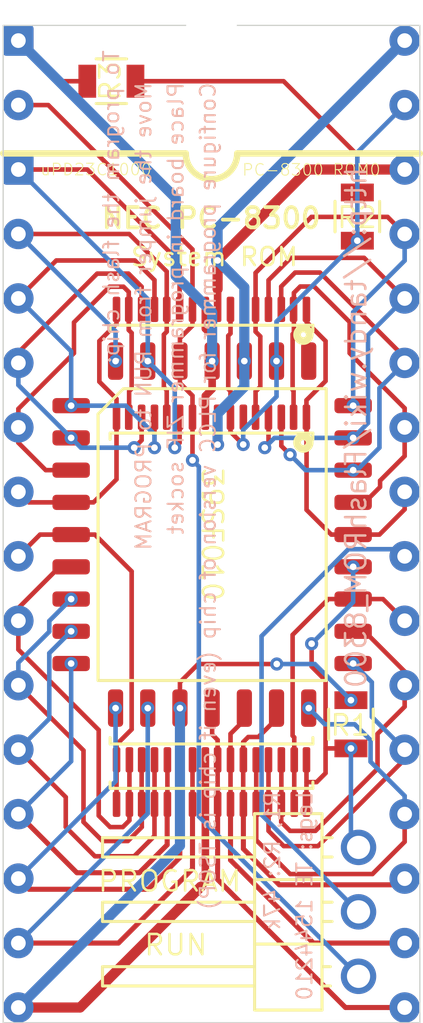
<source format=kicad_pcb>
(kicad_pcb (version 20171130) (host pcbnew 5.1.5-52549c5~84~ubuntu19.04.1)

  (general
    (thickness 1.6)
    (drawings 21)
    (tracks 383)
    (zones 0)
    (modules 8)
    (nets 33)
  )

  (page A4)
  (layers
    (0 F.Cu signal)
    (31 B.Cu signal)
    (32 B.Adhes user hide)
    (33 F.Adhes user hide)
    (34 B.Paste user hide)
    (35 F.Paste user hide)
    (36 B.SilkS user)
    (37 F.SilkS user)
    (38 B.Mask user)
    (39 F.Mask user)
    (40 Dwgs.User user hide)
    (41 Cmts.User user hide)
    (42 Eco1.User user hide)
    (43 Eco2.User user hide)
    (44 Edge.Cuts user)
    (45 Margin user hide)
    (46 B.CrtYd user hide)
    (47 F.CrtYd user hide)
    (48 B.Fab user hide)
    (49 F.Fab user hide)
  )

  (setup
    (last_trace_width 0.25)
    (user_trace_width 0.16)
    (user_trace_width 0.18)
    (user_trace_width 0.2)
    (user_trace_width 0.3)
    (user_trace_width 0.35)
    (user_trace_width 0.4)
    (user_trace_width 0.6)
    (user_trace_width 0.8)
    (trace_clearance 0.2)
    (zone_clearance 0.508)
    (zone_45_only no)
    (trace_min 0.16)
    (via_size 0.8)
    (via_drill 0.4)
    (via_min_size 0.52)
    (via_min_drill 0.26)
    (user_via 0.52 0.26)
    (user_via 0.92 0.4)
    (uvia_size 0.3)
    (uvia_drill 0.1)
    (uvias_allowed no)
    (uvia_min_size 0.2)
    (uvia_min_drill 0.1)
    (edge_width 0.05)
    (segment_width 0.2)
    (pcb_text_width 0.3)
    (pcb_text_size 1.5 1.5)
    (mod_edge_width 0.12)
    (mod_text_size 1 1)
    (mod_text_width 0.15)
    (pad_size 1.2 1.2)
    (pad_drill 0.58)
    (pad_to_mask_clearance 0)
    (aux_axis_origin 0 0)
    (visible_elements FFFFFF7F)
    (pcbplotparams
      (layerselection 0x010fc_ffffffff)
      (usegerberextensions false)
      (usegerberattributes false)
      (usegerberadvancedattributes false)
      (creategerberjobfile false)
      (excludeedgelayer true)
      (linewidth 0.100000)
      (plotframeref false)
      (viasonmask false)
      (mode 1)
      (useauxorigin false)
      (hpglpennumber 1)
      (hpglpenspeed 20)
      (hpglpendiameter 15.000000)
      (psnegative false)
      (psa4output false)
      (plotreference true)
      (plotvalue true)
      (plotinvisibletext false)
      (padsonsilk false)
      (subtractmaskfromsilk false)
      (outputformat 1)
      (mirror false)
      (drillshape 1)
      (scaleselection 1)
      (outputdirectory ""))
  )

  (net 0 "")
  (net 1 /A14)
  (net 2 /D2)
  (net 3 /A13)
  (net 4 /D1)
  (net 5 /A8)
  (net 6 /D0)
  (net 7 /A9)
  (net 8 /A0)
  (net 9 /A11)
  (net 10 /A1)
  (net 11 /~OE)
  (net 12 /A2)
  (net 13 /A10)
  (net 14 /A3)
  (net 15 /~CE)
  (net 16 /A4)
  (net 17 /D7)
  (net 18 /A5)
  (net 19 /D6)
  (net 20 /A6)
  (net 21 /D5)
  (net 22 /A7)
  (net 23 /D4)
  (net 24 /A12)
  (net 25 /D3)
  (net 26 /~WE)
  (net 27 /A16)
  (net 28 /A15)
  (net 29 /VCC)
  (net 30 /GND)
  (net 31 /A16_~OE)
  (net 32 /VPP)

  (net_class Default "This is the default net class."
    (clearance 0.2)
    (trace_width 0.25)
    (via_dia 0.8)
    (via_drill 0.4)
    (uvia_dia 0.3)
    (uvia_drill 0.1)
    (add_net /A0)
    (add_net /A1)
    (add_net /A10)
    (add_net /A11)
    (add_net /A12)
    (add_net /A13)
    (add_net /A14)
    (add_net /A15)
    (add_net /A16)
    (add_net /A16_~OE)
    (add_net /A2)
    (add_net /A3)
    (add_net /A4)
    (add_net /A5)
    (add_net /A6)
    (add_net /A7)
    (add_net /A8)
    (add_net /A9)
    (add_net /D0)
    (add_net /D1)
    (add_net /D2)
    (add_net /D3)
    (add_net /D4)
    (add_net /D5)
    (add_net /D6)
    (add_net /D7)
    (add_net /GND)
    (add_net /VCC)
    (add_net /VPP)
    (add_net /~CE)
    (add_net /~OE)
    (add_net /~WE)
  )

  (module 000_LOCAL:R_0805 (layer F.Cu) (tedit 5E24F165) (tstamp 5E6C8B5E)
    (at 146.05 80.01)
    (descr "Resistor SMD 0805, reflow soldering, Vishay (see dcrcw.pdf)")
    (tags "resistor 0805")
    (path /5E74DD94)
    (attr virtual)
    (fp_text reference R3 (at -0.0508 -0.0127 -90) (layer F.SilkS)
      (effects (font (size 0.8 0.8) (thickness 0.1)))
    )
    (fp_text value 47K (at 0 1.75) (layer F.Fab)
      (effects (font (size 1 1) (thickness 0.15)))
    )
    (fp_text user %R (at 0 0) (layer F.Fab)
      (effects (font (size 0.5 0.5) (thickness 0.075)))
    )
    (fp_line (start -1 0.62) (end -1 -0.62) (layer F.Fab) (width 0.1))
    (fp_line (start 1 0.62) (end -1 0.62) (layer F.Fab) (width 0.1))
    (fp_line (start 1 -0.62) (end 1 0.62) (layer F.Fab) (width 0.1))
    (fp_line (start -1 -0.62) (end 1 -0.62) (layer F.Fab) (width 0.1))
    (fp_line (start 0.6 0.88) (end -0.6 0.88) (layer F.SilkS) (width 0.12))
    (fp_line (start -0.6 -0.88) (end 0.6 -0.88) (layer F.SilkS) (width 0.12))
    (fp_line (start -1.55 -0.9) (end 1.55 -0.9) (layer F.CrtYd) (width 0.05))
    (fp_line (start -1.55 -0.9) (end -1.55 0.9) (layer F.CrtYd) (width 0.05))
    (fp_line (start 1.55 0.9) (end 1.55 -0.9) (layer F.CrtYd) (width 0.05))
    (fp_line (start 1.55 0.9) (end -1.55 0.9) (layer F.CrtYd) (width 0.05))
    (pad 1 smd rect (at -0.95 0) (size 0.7 1.3) (layers F.Cu F.Paste F.Mask)
      (net 32 /VPP))
    (pad 2 smd rect (at 0.95 0) (size 0.7 1.3) (layers F.Cu F.Paste F.Mask)
      (net 29 /VCC))
    (model ${KIPRJMOD}/000_LOCAL.pretty/packages3d/R_0805_2012Metric.step
      (at (xyz 0 0 0))
      (scale (xyz 1 1 1))
      (rotate (xyz 0 0 0))
    )
  )

  (module 000_LOCAL:PLCC32_7x9 (layer F.Cu) (tedit 5E6C50E3) (tstamp 5E63CD90)
    (at 150.025 97.875)
    (descr "PLCC, 32 Pin (http://ww1.microchip.com/downloads/en/DeviceDoc/doc0015.pdf), generated with kicad-footprint-generator ipc_plcc_jLead_generator.py")
    (tags "PLCC LCC")
    (path /5E644E99)
    (attr virtual)
    (fp_text reference U3 (at 0 -8.52) (layer F.SilkS) hide
      (effects (font (size 1 1) (thickness 0.15)))
    )
    (fp_text value "SST39SF010 / GLS29EE010 (PLCC)" (at 0 8.52) (layer F.Fab)
      (effects (font (size 1 1) (thickness 0.15)))
    )
    (fp_line (start -4.5 5.75) (end -4.5 -4.75) (layer F.SilkS) (width 0.12))
    (fp_line (start 4.5 5.75) (end -4.5 5.75) (layer F.SilkS) (width 0.12))
    (fp_line (start 4.5 -5.75) (end 4.5 5.75) (layer F.SilkS) (width 0.12))
    (fp_line (start -3.5 -5.75) (end 4.5 -5.75) (layer F.SilkS) (width 0.12))
    (fp_line (start -4.5 -4.75) (end -3.5 -5.75) (layer F.SilkS) (width 0.12))
    (fp_circle (center 0 -5.08) (end 0.25 -5.08) (layer F.Fab) (width 0.5))
    (fp_text user %R (at 0 0) (layer F.Fab)
      (effects (font (size 1 1) (thickness 0.15)))
    )
    (fp_line (start -6.55 -5.63) (end -6.55 0) (layer F.CrtYd) (width 0.05))
    (fp_line (start -5.96 -5.63) (end -6.55 -5.63) (layer F.CrtYd) (width 0.05))
    (fp_line (start -5.96 -5.95) (end -5.96 -5.63) (layer F.CrtYd) (width 0.05))
    (fp_line (start -4.68 -7.23) (end -5.96 -5.95) (layer F.CrtYd) (width 0.05))
    (fp_line (start -4.36 -7.23) (end -4.68 -7.23) (layer F.CrtYd) (width 0.05))
    (fp_line (start -4.36 -7.82) (end -4.36 -7.23) (layer F.CrtYd) (width 0.05))
    (fp_line (start 0 -7.82) (end -4.36 -7.82) (layer F.CrtYd) (width 0.05))
    (fp_line (start 6.55 5.63) (end 6.55 0) (layer F.CrtYd) (width 0.05))
    (fp_line (start 5.96 5.63) (end 6.55 5.63) (layer F.CrtYd) (width 0.05))
    (fp_line (start 5.96 7.23) (end 5.96 5.63) (layer F.CrtYd) (width 0.05))
    (fp_line (start 4.36 7.23) (end 5.96 7.23) (layer F.CrtYd) (width 0.05))
    (fp_line (start 4.36 7.82) (end 4.36 7.23) (layer F.CrtYd) (width 0.05))
    (fp_line (start 0 7.82) (end 4.36 7.82) (layer F.CrtYd) (width 0.05))
    (fp_line (start -6.55 5.63) (end -6.55 0) (layer F.CrtYd) (width 0.05))
    (fp_line (start -5.96 5.63) (end -6.55 5.63) (layer F.CrtYd) (width 0.05))
    (fp_line (start -5.96 7.23) (end -5.96 5.63) (layer F.CrtYd) (width 0.05))
    (fp_line (start -4.36 7.23) (end -5.96 7.23) (layer F.CrtYd) (width 0.05))
    (fp_line (start -4.36 7.82) (end -4.36 7.23) (layer F.CrtYd) (width 0.05))
    (fp_line (start 0 7.82) (end -4.36 7.82) (layer F.CrtYd) (width 0.05))
    (fp_line (start 6.55 -5.63) (end 6.55 0) (layer F.CrtYd) (width 0.05))
    (fp_line (start 5.96 -5.63) (end 6.55 -5.63) (layer F.CrtYd) (width 0.05))
    (fp_line (start 5.96 -7.23) (end 5.96 -5.63) (layer F.CrtYd) (width 0.05))
    (fp_line (start 4.36 -7.23) (end 5.96 -7.23) (layer F.CrtYd) (width 0.05))
    (fp_line (start 4.36 -7.82) (end 4.36 -7.23) (layer F.CrtYd) (width 0.05))
    (fp_line (start 0 -7.82) (end 4.36 -7.82) (layer F.CrtYd) (width 0.05))
    (fp_line (start -0.5 -6.985) (end 0 -6.277893) (layer F.Fab) (width 0.1))
    (fp_line (start -4.575 -6.985) (end -0.5 -6.985) (layer F.Fab) (width 0.1))
    (fp_line (start -5.715 -5.845) (end -4.575 -6.985) (layer F.Fab) (width 0.1))
    (fp_line (start -5.715 6.985) (end -5.715 -5.845) (layer F.Fab) (width 0.1))
    (fp_line (start 5.715 6.985) (end -5.715 6.985) (layer F.Fab) (width 0.1))
    (fp_line (start 5.715 -6.985) (end 5.715 6.985) (layer F.Fab) (width 0.1))
    (fp_line (start 0.5 -6.985) (end 5.715 -6.985) (layer F.Fab) (width 0.1))
    (fp_line (start 0 -6.277893) (end 0.5 -6.985) (layer F.Fab) (width 0.1))
    (pad 32 smd roundrect (at 1.27 -6.8375) (size 0.6 1.475) (layers F.Cu F.Paste F.Mask) (roundrect_rratio 0.25)
      (net 29 /VCC))
    (pad 31 smd roundrect (at 2.54 -6.8375) (size 0.6 1.475) (layers F.Cu F.Paste F.Mask) (roundrect_rratio 0.25)
      (net 26 /~WE))
    (pad 30 smd roundrect (at 3.81 -6.8375) (size 0.6 1.475) (layers F.Cu F.Paste F.Mask) (roundrect_rratio 0.25))
    (pad 29 smd roundrect (at 5.5625 -5.08) (size 1.475 0.6) (layers F.Cu F.Paste F.Mask) (roundrect_rratio 0.25)
      (net 1 /A14))
    (pad 28 smd roundrect (at 5.5625 -3.81) (size 1.475 0.6) (layers F.Cu F.Paste F.Mask) (roundrect_rratio 0.25)
      (net 3 /A13))
    (pad 27 smd roundrect (at 5.5625 -2.54) (size 1.475 0.6) (layers F.Cu F.Paste F.Mask) (roundrect_rratio 0.25)
      (net 5 /A8))
    (pad 26 smd roundrect (at 5.5625 -1.27) (size 1.475 0.6) (layers F.Cu F.Paste F.Mask) (roundrect_rratio 0.25)
      (net 7 /A9))
    (pad 25 smd roundrect (at 5.5625 0) (size 1.475 0.6) (layers F.Cu F.Paste F.Mask) (roundrect_rratio 0.25)
      (net 9 /A11))
    (pad 24 smd roundrect (at 5.5625 1.27) (size 1.475 0.6) (layers F.Cu F.Paste F.Mask) (roundrect_rratio 0.25)
      (net 11 /~OE))
    (pad 23 smd roundrect (at 5.5625 2.54) (size 1.475 0.6) (layers F.Cu F.Paste F.Mask) (roundrect_rratio 0.25)
      (net 13 /A10))
    (pad 22 smd roundrect (at 5.5625 3.81) (size 1.475 0.6) (layers F.Cu F.Paste F.Mask) (roundrect_rratio 0.25)
      (net 15 /~CE))
    (pad 21 smd roundrect (at 5.5625 5.08) (size 1.475 0.6) (layers F.Cu F.Paste F.Mask) (roundrect_rratio 0.25)
      (net 17 /D7))
    (pad 20 smd roundrect (at 3.81 6.8375) (size 0.6 1.475) (layers F.Cu F.Paste F.Mask) (roundrect_rratio 0.25)
      (net 19 /D6))
    (pad 19 smd roundrect (at 2.54 6.8375) (size 0.6 1.475) (layers F.Cu F.Paste F.Mask) (roundrect_rratio 0.25)
      (net 21 /D5))
    (pad 18 smd roundrect (at 1.27 6.8375) (size 0.6 1.475) (layers F.Cu F.Paste F.Mask) (roundrect_rratio 0.25)
      (net 23 /D4))
    (pad 17 smd roundrect (at 0 6.8375) (size 0.6 1.475) (layers F.Cu F.Paste F.Mask) (roundrect_rratio 0.25)
      (net 25 /D3))
    (pad 16 smd roundrect (at -1.27 6.8375) (size 0.6 1.475) (layers F.Cu F.Paste F.Mask) (roundrect_rratio 0.25)
      (net 30 /GND))
    (pad 15 smd roundrect (at -2.54 6.8375) (size 0.6 1.475) (layers F.Cu F.Paste F.Mask) (roundrect_rratio 0.25)
      (net 2 /D2))
    (pad 14 smd roundrect (at -3.81 6.8375) (size 0.6 1.475) (layers F.Cu F.Paste F.Mask) (roundrect_rratio 0.25)
      (net 4 /D1))
    (pad 13 smd roundrect (at -5.5625 5.08) (size 1.475 0.6) (layers F.Cu F.Paste F.Mask) (roundrect_rratio 0.25)
      (net 6 /D0))
    (pad 12 smd roundrect (at -5.5625 3.81) (size 1.475 0.6) (layers F.Cu F.Paste F.Mask) (roundrect_rratio 0.25)
      (net 8 /A0))
    (pad 11 smd roundrect (at -5.5625 2.54) (size 1.475 0.6) (layers F.Cu F.Paste F.Mask) (roundrect_rratio 0.25)
      (net 10 /A1))
    (pad 10 smd roundrect (at -5.5625 1.27) (size 1.475 0.6) (layers F.Cu F.Paste F.Mask) (roundrect_rratio 0.25)
      (net 12 /A2))
    (pad 9 smd roundrect (at -5.5625 0) (size 1.475 0.6) (layers F.Cu F.Paste F.Mask) (roundrect_rratio 0.25)
      (net 14 /A3))
    (pad 8 smd roundrect (at -5.5625 -1.27) (size 1.475 0.6) (layers F.Cu F.Paste F.Mask) (roundrect_rratio 0.25)
      (net 16 /A4))
    (pad 7 smd roundrect (at -5.5625 -2.54) (size 1.475 0.6) (layers F.Cu F.Paste F.Mask) (roundrect_rratio 0.25)
      (net 18 /A5))
    (pad 6 smd roundrect (at -5.5625 -3.81) (size 1.475 0.6) (layers F.Cu F.Paste F.Mask) (roundrect_rratio 0.25)
      (net 20 /A6))
    (pad 5 smd roundrect (at -5.5625 -5.08) (size 1.475 0.6) (layers F.Cu F.Paste F.Mask) (roundrect_rratio 0.25)
      (net 22 /A7))
    (pad 4 smd roundrect (at -3.81 -6.8375) (size 0.6 1.475) (layers F.Cu F.Paste F.Mask) (roundrect_rratio 0.25)
      (net 24 /A12))
    (pad 3 smd roundrect (at -2.54 -6.8375) (size 0.6 1.475) (layers F.Cu F.Paste F.Mask) (roundrect_rratio 0.25)
      (net 28 /A15))
    (pad 2 smd roundrect (at -1.27 -6.8375) (size 0.6 1.475) (layers F.Cu F.Paste F.Mask) (roundrect_rratio 0.25)
      (net 27 /A16))
    (pad 1 smd roundrect (at 0 -6.8375) (size 0.6 1.475) (layers F.Cu F.Paste F.Mask) (roundrect_rratio 0.25)
      (net 32 /VPP))
    (model ${KIPRJMOD}/000_LOCAL.pretty/packages3d/PLCC32_7x9.step
      (offset (xyz 0 0 0.2))
      (scale (xyz 1 1 1))
      (rotate (xyz 0 0 0))
    )
  )

  (module 000_LOCAL:TSOP32-20mm (layer F.Cu) (tedit 5E6C50CA) (tstamp 5E5D81C3)
    (at 150 98.75 180)
    (descr "Module CMS TSOP 32 pins")
    (tags "CMS TSOP")
    (path /5E5D9957)
    (attr virtual)
    (fp_text reference U1 (at 0 -5 180) (layer F.SilkS) hide
      (effects (font (size 1 1) (thickness 0.15)))
    )
    (fp_text value "GLS29EE010 (TSOP)" (at 0 5 180) (layer F.Fab)
      (effects (font (size 1 1) (thickness 0.15)))
    )
    (fp_line (start 4 -9.125) (end 4 -8.875) (layer F.SilkS) (width 0.12))
    (fp_line (start -4 -9.125) (end -4 -8.875) (layer F.SilkS) (width 0.12))
    (fp_line (start 4 9.125) (end 4 8.875) (layer F.SilkS) (width 0.12))
    (fp_line (start -4 9.125) (end -4 8.875) (layer F.SilkS) (width 0.12))
    (fp_line (start 4 -9.125) (end -4 -9.125) (layer F.SilkS) (width 0.12))
    (fp_line (start -4 9.125) (end 4 9.125) (layer F.SilkS) (width 0.12))
    (fp_circle (center -3.625 8.75) (end -3.525 8.75) (layer F.SilkS) (width 0.3))
    (fp_text user %R (at 0 0 270) (layer F.Fab)
      (effects (font (size 1 1) (thickness 0.15)))
    )
    (pad 1 smd roundrect (at -3.7453 9.75 180) (size 0.3 1) (layers F.Cu F.Paste F.Mask) (roundrect_rratio 0.25)
      (net 9 /A11))
    (pad 2 smd roundrect (at -3.2373 9.75 180) (size 0.3 1) (layers F.Cu F.Paste F.Mask) (roundrect_rratio 0.25)
      (net 7 /A9))
    (pad 3 smd roundrect (at -2.7547 9.75 180) (size 0.3 1) (layers F.Cu F.Paste F.Mask) (roundrect_rratio 0.25)
      (net 5 /A8))
    (pad 4 smd roundrect (at -2.2467 9.75 180) (size 0.3 1) (layers F.Cu F.Paste F.Mask) (roundrect_rratio 0.25)
      (net 3 /A13))
    (pad 5 smd roundrect (at -1.7387 9.75 180) (size 0.3 1) (layers F.Cu F.Paste F.Mask) (roundrect_rratio 0.25)
      (net 1 /A14))
    (pad 6 smd roundrect (at -1.2561 9.75 180) (size 0.3 1) (layers F.Cu F.Paste F.Mask) (roundrect_rratio 0.25))
    (pad 7 smd roundrect (at -0.7481 9.75 180) (size 0.3 1) (layers F.Cu F.Paste F.Mask) (roundrect_rratio 0.25)
      (net 26 /~WE))
    (pad 8 smd roundrect (at -0.2401 9.75 180) (size 0.3 1) (layers F.Cu F.Paste F.Mask) (roundrect_rratio 0.25)
      (net 29 /VCC))
    (pad 9 smd roundrect (at 0.2425 9.75 180) (size 0.3 1) (layers F.Cu F.Paste F.Mask) (roundrect_rratio 0.25)
      (net 32 /VPP))
    (pad 10 smd roundrect (at 0.7505 9.75 180) (size 0.3 1) (layers F.Cu F.Paste F.Mask) (roundrect_rratio 0.25)
      (net 27 /A16))
    (pad 11 smd roundrect (at 1.2585 9.75 180) (size 0.3 1) (layers F.Cu F.Paste F.Mask) (roundrect_rratio 0.25)
      (net 28 /A15))
    (pad 12 smd roundrect (at 1.7665 9.75 180) (size 0.3 1) (layers F.Cu F.Paste F.Mask) (roundrect_rratio 0.25)
      (net 24 /A12))
    (pad 13 smd roundrect (at 2.2491 9.75 180) (size 0.3 1) (layers F.Cu F.Paste F.Mask) (roundrect_rratio 0.25)
      (net 22 /A7))
    (pad 14 smd roundrect (at 2.7571 9.75 180) (size 0.3 1) (layers F.Cu F.Paste F.Mask) (roundrect_rratio 0.25)
      (net 20 /A6))
    (pad 15 smd roundrect (at 3.2651 9.75 180) (size 0.3 1) (layers F.Cu F.Paste F.Mask) (roundrect_rratio 0.25)
      (net 18 /A5))
    (pad 16 smd roundrect (at 3.7477 9.75 180) (size 0.3 1) (layers F.Cu F.Paste F.Mask) (roundrect_rratio 0.25)
      (net 16 /A4))
    (pad 17 smd roundrect (at 3.7465 -9.75 180) (size 0.3 1) (layers F.Cu F.Paste F.Mask) (roundrect_rratio 0.25)
      (net 14 /A3))
    (pad 18 smd roundrect (at 3.2385 -9.75 180) (size 0.3 1) (layers F.Cu F.Paste F.Mask) (roundrect_rratio 0.25)
      (net 12 /A2))
    (pad 19 smd roundrect (at 2.7559 -9.75 180) (size 0.3 1) (layers F.Cu F.Paste F.Mask) (roundrect_rratio 0.25)
      (net 10 /A1))
    (pad 20 smd roundrect (at 2.2479 -9.75 180) (size 0.3 1) (layers F.Cu F.Paste F.Mask) (roundrect_rratio 0.25)
      (net 8 /A0))
    (pad 21 smd roundrect (at 1.7399 -9.75 180) (size 0.3 1) (layers F.Cu F.Paste F.Mask) (roundrect_rratio 0.25)
      (net 6 /D0))
    (pad 22 smd roundrect (at 1.2573 -9.75 180) (size 0.3 1) (layers F.Cu F.Paste F.Mask) (roundrect_rratio 0.25)
      (net 4 /D1))
    (pad 23 smd roundrect (at 0.7493 -9.75 180) (size 0.3 1) (layers F.Cu F.Paste F.Mask) (roundrect_rratio 0.25)
      (net 2 /D2))
    (pad 24 smd roundrect (at 0.2413 -9.75 180) (size 0.3 1) (layers F.Cu F.Paste F.Mask) (roundrect_rratio 0.25)
      (net 30 /GND))
    (pad 25 smd roundrect (at -0.2413 -9.75 180) (size 0.3 1) (layers F.Cu F.Paste F.Mask) (roundrect_rratio 0.25)
      (net 25 /D3))
    (pad 26 smd roundrect (at -0.7493 -9.75 180) (size 0.3 1) (layers F.Cu F.Paste F.Mask) (roundrect_rratio 0.25)
      (net 23 /D4))
    (pad 27 smd roundrect (at -1.2573 -9.75 180) (size 0.3 1) (layers F.Cu F.Paste F.Mask) (roundrect_rratio 0.25)
      (net 21 /D5))
    (pad 28 smd roundrect (at -1.7653 -9.75 180) (size 0.3 1) (layers F.Cu F.Paste F.Mask) (roundrect_rratio 0.25)
      (net 19 /D6))
    (pad 29 smd roundrect (at -2.2479 -9.75 180) (size 0.3 1) (layers F.Cu F.Paste F.Mask) (roundrect_rratio 0.25)
      (net 17 /D7))
    (pad 30 smd roundrect (at -2.7559 -9.75 180) (size 0.3 1) (layers F.Cu F.Paste F.Mask) (roundrect_rratio 0.25)
      (net 15 /~CE))
    (pad 31 smd roundrect (at -3.2639 -9.75 180) (size 0.3 1) (layers F.Cu F.Paste F.Mask) (roundrect_rratio 0.25)
      (net 13 /A10))
    (pad 32 smd roundrect (at -3.7465 -9.75 180) (size 0.3 1) (layers F.Cu F.Paste F.Mask) (roundrect_rratio 0.25)
      (net 11 /~OE))
    (model ${KIPRJMOD}/000_LOCAL.pretty/packages3d/TSOP32_8X20.step
      (at (xyz 0 0 0))
      (scale (xyz 1 1 1))
      (rotate (xyz 0 0 -90))
    )
  )

  (module 000_LOCAL:TSOP32-14mm (layer F.Cu) (tedit 5E6C5054) (tstamp 5E60E0E3)
    (at 150 100 180)
    (descr "Module CMS TSOP 32 pins")
    (tags "CMS TSOP")
    (path /5E618FF4)
    (attr smd)
    (fp_text reference U2 (at 0 -2) (layer F.SilkS) hide
      (effects (font (size 1 1) (thickness 0.15)))
    )
    (fp_text value "SST39SF010 (TSOP)" (at 0.15 -1.35 180) (layer F.SilkS) hide
      (effects (font (size 1 1) (thickness 0.15)))
    )
    (fp_line (start 4 -6.125) (end 4 -5.875) (layer F.SilkS) (width 0.12))
    (fp_line (start -4 -6.125) (end -4 -5.875) (layer F.SilkS) (width 0.12))
    (fp_line (start 4 6.125) (end 4 5.875) (layer F.SilkS) (width 0.12))
    (fp_line (start -4 6.125) (end -4 5.875) (layer F.SilkS) (width 0.12))
    (fp_line (start 4 -6.125) (end -4 -6.125) (layer F.SilkS) (width 0.12))
    (fp_line (start -4 6.125) (end 4 6.125) (layer F.SilkS) (width 0.12))
    (fp_circle (center -3.625 5.75) (end -3.525 5.75) (layer F.SilkS) (width 0.3))
    (fp_text user %R (at 0 0 90) (layer F.Fab)
      (effects (font (size 1 1) (thickness 0.15)))
    )
    (fp_text user "Copyright 2016 Accelerated Designs. All rights reserved." (at 0 0 90) (layer Cmts.User)
      (effects (font (size 0.127 0.127) (thickness 0.002)))
    )
    (pad 1 smd roundrect (at -3.7453 6.75 180) (size 0.3 1) (layers F.Cu F.Paste F.Mask) (roundrect_rratio 0.25)
      (net 9 /A11))
    (pad 2 smd roundrect (at -3.2373 6.75 180) (size 0.3 1) (layers F.Cu F.Paste F.Mask) (roundrect_rratio 0.25)
      (net 7 /A9))
    (pad 3 smd roundrect (at -2.7547 6.75 180) (size 0.3 1) (layers F.Cu F.Paste F.Mask) (roundrect_rratio 0.25)
      (net 5 /A8))
    (pad 4 smd roundrect (at -2.2467 6.75 180) (size 0.3 1) (layers F.Cu F.Paste F.Mask) (roundrect_rratio 0.25)
      (net 3 /A13))
    (pad 5 smd roundrect (at -1.7387 6.75 180) (size 0.3 1) (layers F.Cu F.Paste F.Mask) (roundrect_rratio 0.25)
      (net 1 /A14))
    (pad 6 smd roundrect (at -1.2561 6.75 180) (size 0.3 1) (layers F.Cu F.Paste F.Mask) (roundrect_rratio 0.25))
    (pad 7 smd roundrect (at -0.7481 6.75 180) (size 0.3 1) (layers F.Cu F.Paste F.Mask) (roundrect_rratio 0.25)
      (net 26 /~WE))
    (pad 8 smd roundrect (at -0.2401 6.75 180) (size 0.3 1) (layers F.Cu F.Paste F.Mask) (roundrect_rratio 0.25)
      (net 29 /VCC))
    (pad 9 smd roundrect (at 0.2425 6.75 180) (size 0.3 1) (layers F.Cu F.Paste F.Mask) (roundrect_rratio 0.25)
      (net 32 /VPP))
    (pad 10 smd roundrect (at 0.7505 6.75 180) (size 0.3 1) (layers F.Cu F.Paste F.Mask) (roundrect_rratio 0.25)
      (net 27 /A16))
    (pad 11 smd roundrect (at 1.2585 6.75 180) (size 0.3 1) (layers F.Cu F.Paste F.Mask) (roundrect_rratio 0.25)
      (net 28 /A15))
    (pad 12 smd roundrect (at 1.7665 6.75 180) (size 0.3 1) (layers F.Cu F.Paste F.Mask) (roundrect_rratio 0.25)
      (net 24 /A12))
    (pad 13 smd roundrect (at 2.2491 6.75 180) (size 0.3 1) (layers F.Cu F.Paste F.Mask) (roundrect_rratio 0.25)
      (net 22 /A7))
    (pad 14 smd roundrect (at 2.7571 6.75 180) (size 0.3 1) (layers F.Cu F.Paste F.Mask) (roundrect_rratio 0.25)
      (net 20 /A6))
    (pad 15 smd roundrect (at 3.2651 6.75 180) (size 0.3 1) (layers F.Cu F.Paste F.Mask) (roundrect_rratio 0.25)
      (net 18 /A5))
    (pad 16 smd roundrect (at 3.7477 6.75 180) (size 0.3 1) (layers F.Cu F.Paste F.Mask) (roundrect_rratio 0.25)
      (net 16 /A4))
    (pad 17 smd roundrect (at 3.7465 -6.75 180) (size 0.3 1) (layers F.Cu F.Paste F.Mask) (roundrect_rratio 0.25)
      (net 14 /A3))
    (pad 18 smd roundrect (at 3.2385 -6.75 180) (size 0.3 1) (layers F.Cu F.Paste F.Mask) (roundrect_rratio 0.25)
      (net 12 /A2))
    (pad 19 smd roundrect (at 2.7559 -6.75 180) (size 0.3 1) (layers F.Cu F.Paste F.Mask) (roundrect_rratio 0.25)
      (net 10 /A1))
    (pad 20 smd roundrect (at 2.2479 -6.75 180) (size 0.3 1) (layers F.Cu F.Paste F.Mask) (roundrect_rratio 0.25)
      (net 8 /A0))
    (pad 21 smd roundrect (at 1.7399 -6.75 180) (size 0.3 1) (layers F.Cu F.Paste F.Mask) (roundrect_rratio 0.25)
      (net 6 /D0))
    (pad 22 smd roundrect (at 1.2573 -6.75 180) (size 0.3 1) (layers F.Cu F.Paste F.Mask) (roundrect_rratio 0.25)
      (net 4 /D1))
    (pad 23 smd roundrect (at 0.7493 -6.75 180) (size 0.3 1) (layers F.Cu F.Paste F.Mask) (roundrect_rratio 0.25)
      (net 2 /D2))
    (pad 24 smd roundrect (at 0.2413 -6.75 180) (size 0.3 1) (layers F.Cu F.Paste F.Mask) (roundrect_rratio 0.25)
      (net 30 /GND))
    (pad 25 smd roundrect (at -0.2413 -6.75 180) (size 0.3 1) (layers F.Cu F.Paste F.Mask) (roundrect_rratio 0.25)
      (net 25 /D3))
    (pad 26 smd roundrect (at -0.7493 -6.75 180) (size 0.3 1) (layers F.Cu F.Paste F.Mask) (roundrect_rratio 0.25)
      (net 23 /D4))
    (pad 27 smd roundrect (at -1.2573 -6.75 180) (size 0.3 1) (layers F.Cu F.Paste F.Mask) (roundrect_rratio 0.25)
      (net 21 /D5))
    (pad 28 smd roundrect (at -1.7653 -6.75 180) (size 0.3 1) (layers F.Cu F.Paste F.Mask) (roundrect_rratio 0.25)
      (net 19 /D6))
    (pad 29 smd roundrect (at -2.2479 -6.75 180) (size 0.3 1) (layers F.Cu F.Paste F.Mask) (roundrect_rratio 0.25)
      (net 17 /D7))
    (pad 30 smd roundrect (at -2.7559 -6.75 180) (size 0.3 1) (layers F.Cu F.Paste F.Mask) (roundrect_rratio 0.25)
      (net 15 /~CE))
    (pad 31 smd roundrect (at -3.2639 -6.75 180) (size 0.3 1) (layers F.Cu F.Paste F.Mask) (roundrect_rratio 0.25)
      (net 13 /A10))
    (pad 32 smd roundrect (at -3.7465 -6.75 180) (size 0.3 1) (layers F.Cu F.Paste F.Mask) (roundrect_rratio 0.25)
      (net 11 /~OE))
    (model ${KIPRJMOD}/000_LOCAL.pretty/packages3d/TSOP32_8x14.step
      (at (xyz 0 0 0))
      (scale (xyz 1 1 1))
      (rotate (xyz 0 0 -90))
    )
  )

  (module 000_LOCAL:DIP32_0.6_pcb_sil_pins (layer F.Cu) (tedit 5E688EBE) (tstamp 5E6197D1)
    (at 150 97.46)
    (descr "28-lead though-hole mounted DIP package, row spacing 15.24 mm (600 mils)")
    (tags "THT DIP DIL PDIP 2.54mm 15.24mm 600mil")
    (path /5E5C209E)
    (fp_text reference J1 (at 0 -21.38) (layer F.SilkS) hide
      (effects (font (size 1 1) (thickness 0.15)))
    )
    (fp_text value "uPD23C1000 / FLASH" (at 0 21.59) (layer F.Fab)
      (effects (font (size 1 1) (thickness 0.15)))
    )
    (fp_line (start 8.22 -19.65) (end -8.22 -19.65) (layer F.CrtYd) (width 0.01))
    (fp_line (start 8.22 19.65) (end 8.22 -19.65) (layer F.CrtYd) (width 0.01))
    (fp_line (start -8.22 19.65) (end 8.22 19.65) (layer F.CrtYd) (width 0.01))
    (fp_line (start -8.22 -19.65) (end -8.22 19.65) (layer F.CrtYd) (width 0.01))
    (fp_text user %R (at 0.27 0.58) (layer F.Fab)
      (effects (font (size 1 1) (thickness 0.15)))
    )
    (pad 32 thru_hole circle (at 7.62 -19.05) (size 1.2 1.2) (drill 0.58) (layers *.Cu *.Mask)
      (net 29 /VCC))
    (pad 31 thru_hole circle (at 7.62 -16.51) (size 1.2 1.2) (drill 0.58) (layers *.Cu *.Mask)
      (net 26 /~WE))
    (pad 15 thru_hole circle (at -7.62 16.51) (size 1.2 1.2) (drill 0.58) (layers *.Cu *.Mask)
      (net 2 /D2))
    (pad 16 thru_hole circle (at -7.62 19.05) (size 1.2 1.2) (drill 0.58) (layers *.Cu *.Mask)
      (net 30 /GND))
    (pad "" np_thru_hole circle (at 0 -19.65) (size 2 2) (drill 2) (layers *.Cu *.Mask))
    (pad 1 thru_hole roundrect (at -7.62 -19.05) (size 1.2 1.2) (drill 0.58) (layers *.Cu *.Mask) (roundrect_rratio 0.1)
      (net 32 /VPP))
    (pad 29 thru_hole circle (at 7.62 -11.43) (size 1.2 1.2) (drill 0.58) (layers *.Cu *.Mask)
      (net 1 /A14))
    (pad 2 thru_hole circle (at -7.62 -16.51) (size 1.2 1.2) (drill 0.58) (layers *.Cu *.Mask)
      (net 27 /A16))
    (pad 30 thru_hole circle (at 7.62 -13.97) (size 1.2 1.2) (drill 0.58) (layers *.Cu *.Mask)
      (net 29 /VCC))
    (pad 3 thru_hole roundrect (at -7.62 -13.97) (size 1.2 1.2) (drill 0.58) (layers *.Cu *.Mask) (roundrect_rratio 0.1)
      (net 28 /A15))
    (pad 17 thru_hole circle (at 7.62 19.05) (size 1.2 1.2) (drill 0.58) (layers *.Cu *.Mask)
      (net 25 /D3))
    (pad 4 thru_hole circle (at -7.62 -11.43) (size 1.2 1.2) (drill 0.58) (layers *.Cu *.Mask)
      (net 24 /A12))
    (pad 18 thru_hole circle (at 7.62 16.51) (size 1.2 1.2) (drill 0.58) (layers *.Cu *.Mask)
      (net 23 /D4))
    (pad 5 thru_hole circle (at -7.62 -8.89) (size 1.2 1.2) (drill 0.58) (layers *.Cu *.Mask)
      (net 22 /A7))
    (pad 19 thru_hole circle (at 7.62 13.97) (size 1.2 1.2) (drill 0.58) (layers *.Cu *.Mask)
      (net 21 /D5))
    (pad 6 thru_hole circle (at -7.62 -6.35) (size 1.2 1.2) (drill 0.58) (layers *.Cu *.Mask)
      (net 20 /A6))
    (pad 20 thru_hole circle (at 7.62 11.43) (size 1.2 1.2) (drill 0.58) (layers *.Cu *.Mask)
      (net 19 /D6))
    (pad 7 thru_hole circle (at -7.62 -3.81) (size 1.2 1.2) (drill 0.58) (layers *.Cu *.Mask)
      (net 18 /A5))
    (pad 21 thru_hole circle (at 7.62 8.89) (size 1.2 1.2) (drill 0.58) (layers *.Cu *.Mask)
      (net 17 /D7))
    (pad 8 thru_hole circle (at -7.62 -1.27) (size 1.2 1.2) (drill 0.58) (layers *.Cu *.Mask)
      (net 16 /A4))
    (pad 22 thru_hole circle (at 7.62 6.35) (size 1.2 1.2) (drill 0.58) (layers *.Cu *.Mask)
      (net 15 /~CE))
    (pad 9 thru_hole circle (at -7.62 1.27) (size 1.2 1.2) (drill 0.58) (layers *.Cu *.Mask)
      (net 14 /A3))
    (pad 23 thru_hole circle (at 7.62 3.81) (size 1.2 1.2) (drill 0.58) (layers *.Cu *.Mask)
      (net 13 /A10))
    (pad 10 thru_hole circle (at -7.62 3.81) (size 1.2 1.2) (drill 0.58) (layers *.Cu *.Mask)
      (net 12 /A2))
    (pad 24 thru_hole circle (at 7.62 1.27) (size 1.2 1.2) (drill 0.58) (layers *.Cu *.Mask)
      (net 31 /A16_~OE))
    (pad 11 thru_hole circle (at -7.62 6.35) (size 1.2 1.2) (drill 0.58) (layers *.Cu *.Mask)
      (net 10 /A1))
    (pad 25 thru_hole circle (at 7.62 -1.27) (size 1.2 1.2) (drill 0.58) (layers *.Cu *.Mask)
      (net 9 /A11))
    (pad 12 thru_hole circle (at -7.62 8.89) (size 1.2 1.2) (drill 0.58) (layers *.Cu *.Mask)
      (net 8 /A0))
    (pad 26 thru_hole circle (at 7.62 -3.81) (size 1.2 1.2) (drill 0.58) (layers *.Cu *.Mask)
      (net 7 /A9))
    (pad 13 thru_hole circle (at -7.62 11.43) (size 1.2 1.2) (drill 0.58) (layers *.Cu *.Mask)
      (net 6 /D0))
    (pad 27 thru_hole circle (at 7.62 -6.35) (size 1.2 1.2) (drill 0.58) (layers *.Cu *.Mask)
      (net 5 /A8))
    (pad 14 thru_hole circle (at -7.62 13.97) (size 1.2 1.2) (drill 0.58) (layers *.Cu *.Mask)
      (net 4 /D1))
    (pad 28 thru_hole circle (at 7.62 -8.89) (size 1.2 1.2) (drill 0.58) (layers *.Cu *.Mask)
      (net 3 /A13))
    (model ${KIPRJMOD}/000_LOCAL.pretty/packages3d/DIL_LEG.step
      (offset (xyz -7.62 16.51 0.18))
      (scale (xyz 1 1 1))
      (rotate (xyz 0 0 0))
    )
    (model ${KIPRJMOD}/000_LOCAL.pretty/packages3d/DIL_LEG.step
      (offset (xyz -7.62 13.97 0.18))
      (scale (xyz 1 1 1))
      (rotate (xyz 0 0 0))
    )
    (model ${KIPRJMOD}/000_LOCAL.pretty/packages3d/DIL_LEG.step
      (offset (xyz -7.62 11.43 0.18))
      (scale (xyz 1 1 1))
      (rotate (xyz 0 0 0))
    )
    (model ${KIPRJMOD}/000_LOCAL.pretty/packages3d/DIL_LEG.step
      (offset (xyz -7.62 8.890000000000001 0.18))
      (scale (xyz 1 1 1))
      (rotate (xyz 0 0 0))
    )
    (model ${KIPRJMOD}/000_LOCAL.pretty/packages3d/DIL_LEG.step
      (offset (xyz -7.62 6.35 0.18))
      (scale (xyz 1 1 1))
      (rotate (xyz 0 0 0))
    )
    (model ${KIPRJMOD}/000_LOCAL.pretty/packages3d/DIL_LEG.step
      (offset (xyz -7.62 3.81 0.18))
      (scale (xyz 1 1 1))
      (rotate (xyz 0 0 0))
    )
    (model ${KIPRJMOD}/000_LOCAL.pretty/packages3d/DIL_LEG.step
      (offset (xyz -7.62 1.27 0.18))
      (scale (xyz 1 1 1))
      (rotate (xyz 0 0 0))
    )
    (model ${KIPRJMOD}/000_LOCAL.pretty/packages3d/DIL_LEG.step
      (offset (xyz -7.62 -1.27 0.18))
      (scale (xyz 1 1 1))
      (rotate (xyz 0 0 0))
    )
    (model ${KIPRJMOD}/000_LOCAL.pretty/packages3d/DIL_LEG.step
      (offset (xyz -7.62 -3.81 0.18))
      (scale (xyz 1 1 1))
      (rotate (xyz 0 0 0))
    )
    (model ${KIPRJMOD}/000_LOCAL.pretty/packages3d/DIL_LEG.step
      (offset (xyz -7.62 -6.35 0.18))
      (scale (xyz 1 1 1))
      (rotate (xyz 0 0 0))
    )
    (model ${KIPRJMOD}/000_LOCAL.pretty/packages3d/DIL_LEG.step
      (offset (xyz -7.62 -8.890000000000001 0.18))
      (scale (xyz 1 1 1))
      (rotate (xyz 0 0 0))
    )
    (model ${KIPRJMOD}/000_LOCAL.pretty/packages3d/DIL_LEG.step
      (offset (xyz -7.62 -11.43 0.18))
      (scale (xyz 1 1 1))
      (rotate (xyz 0 0 0))
    )
    (model ${KIPRJMOD}/000_LOCAL.pretty/packages3d/DIL_LEG.step
      (offset (xyz -7.62 -13.97 0.18))
      (scale (xyz 1 1 1))
      (rotate (xyz 0 0 0))
    )
    (model ${KIPRJMOD}/000_LOCAL.pretty/packages3d/DIL_LEG.step
      (offset (xyz -7.62 -16.51 0.18))
      (scale (xyz 1 1 1))
      (rotate (xyz 0 0 0))
    )
    (model ${KIPRJMOD}/000_LOCAL.pretty/packages3d/DIL_LEG.step
      (offset (xyz 7.62 -16.51 0.18))
      (scale (xyz 1 1 1))
      (rotate (xyz 0 0 0))
    )
    (model ${KIPRJMOD}/000_LOCAL.pretty/packages3d/DIL_LEG.step
      (offset (xyz 7.62 -13.97 0.18))
      (scale (xyz 1 1 1))
      (rotate (xyz 0 0 0))
    )
    (model ${KIPRJMOD}/000_LOCAL.pretty/packages3d/DIL_LEG.step
      (offset (xyz 7.62 -11.43 0.18))
      (scale (xyz 1 1 1))
      (rotate (xyz 0 0 0))
    )
    (model ${KIPRJMOD}/000_LOCAL.pretty/packages3d/DIL_LEG.step
      (offset (xyz 7.62 -8.890000000000001 0.18))
      (scale (xyz 1 1 1))
      (rotate (xyz 0 0 0))
    )
    (model ${KIPRJMOD}/000_LOCAL.pretty/packages3d/DIL_LEG.step
      (offset (xyz 7.62 -6.35 0.18))
      (scale (xyz 1 1 1))
      (rotate (xyz 0 0 0))
    )
    (model ${KIPRJMOD}/000_LOCAL.pretty/packages3d/DIL_LEG.step
      (offset (xyz 7.62 -3.81 0.18))
      (scale (xyz 1 1 1))
      (rotate (xyz 0 0 0))
    )
    (model ${KIPRJMOD}/000_LOCAL.pretty/packages3d/DIL_LEG.step
      (offset (xyz 7.62 -1.27 0.18))
      (scale (xyz 1 1 1))
      (rotate (xyz 0 0 0))
    )
    (model ${KIPRJMOD}/000_LOCAL.pretty/packages3d/DIL_LEG.step
      (offset (xyz 7.62 1.27 0.18))
      (scale (xyz 1 1 1))
      (rotate (xyz 0 0 0))
    )
    (model ${KIPRJMOD}/000_LOCAL.pretty/packages3d/DIL_LEG.step
      (offset (xyz 7.62 3.81 0.18))
      (scale (xyz 1 1 1))
      (rotate (xyz 0 0 0))
    )
    (model ${KIPRJMOD}/000_LOCAL.pretty/packages3d/DIL_LEG.step
      (offset (xyz 7.62 6.35 0.18))
      (scale (xyz 1 1 1))
      (rotate (xyz 0 0 0))
    )
    (model ${KIPRJMOD}/000_LOCAL.pretty/packages3d/DIL_LEG.step
      (offset (xyz 7.62 8.890000000000001 0.18))
      (scale (xyz 1 1 1))
      (rotate (xyz 0 0 0))
    )
    (model ${KIPRJMOD}/000_LOCAL.pretty/packages3d/DIL_LEG.step
      (offset (xyz 7.62 11.43 0.18))
      (scale (xyz 1 1 1))
      (rotate (xyz 0 0 0))
    )
    (model ${KIPRJMOD}/000_LOCAL.pretty/packages3d/DIL_LEG.step
      (offset (xyz 7.62 13.97 0.18))
      (scale (xyz 1 1 1))
      (rotate (xyz 0 0 0))
    )
    (model ${KIPRJMOD}/000_LOCAL.pretty/packages3d/DIL_LEG.step
      (offset (xyz 7.62 16.51 0.18))
      (scale (xyz 1 1 1))
      (rotate (xyz 0 0 0))
    )
    (model ${KIPRJMOD}/000_LOCAL.pretty/packages3d/DIL_LEG.step
      (offset (xyz 7.62 19.05 0.18034))
      (scale (xyz 1 1 1))
      (rotate (xyz 0 0 0))
    )
    (model ${KIPRJMOD}/000_LOCAL.pretty/packages3d/DIL_LEG.step
      (offset (xyz 7.62 -19.05 0.18034))
      (scale (xyz 1 1 1))
      (rotate (xyz 0 0 0))
    )
    (model ${KIPRJMOD}/000_LOCAL.pretty/packages3d/DIL_LEG.step
      (offset (xyz -7.62 19.05 0.18034))
      (scale (xyz 1 1 1))
      (rotate (xyz 0 0 0))
    )
    (model ${KIPRJMOD}/000_LOCAL.pretty/packages3d/DIL_LEG.step
      (offset (xyz -7.62 -19.05 0.18034))
      (scale (xyz 1 1 1))
      (rotate (xyz 0 0 0))
    )
  )

  (module 000_LOCAL:R_0805 (layer F.Cu) (tedit 5E24F165) (tstamp 5E6815F7)
    (at 155.7528 85.344 90)
    (descr "Resistor SMD 0805, reflow soldering, Vishay (see dcrcw.pdf)")
    (tags "resistor 0805")
    (path /5E802DCC)
    (attr smd)
    (fp_text reference R2 (at -0.0381 -0.0127) (layer F.SilkS)
      (effects (font (size 0.8 0.8) (thickness 0.1)))
    )
    (fp_text value 47K (at 0 1.75 90) (layer F.Fab)
      (effects (font (size 1 1) (thickness 0.15)))
    )
    (fp_text user %R (at 0 0 90) (layer F.Fab)
      (effects (font (size 0.5 0.5) (thickness 0.075)))
    )
    (fp_line (start -1 0.62) (end -1 -0.62) (layer F.Fab) (width 0.1))
    (fp_line (start 1 0.62) (end -1 0.62) (layer F.Fab) (width 0.1))
    (fp_line (start 1 -0.62) (end 1 0.62) (layer F.Fab) (width 0.1))
    (fp_line (start -1 -0.62) (end 1 -0.62) (layer F.Fab) (width 0.1))
    (fp_line (start 0.6 0.88) (end -0.6 0.88) (layer F.SilkS) (width 0.12))
    (fp_line (start -0.6 -0.88) (end 0.6 -0.88) (layer F.SilkS) (width 0.12))
    (fp_line (start -1.55 -0.9) (end 1.55 -0.9) (layer F.CrtYd) (width 0.05))
    (fp_line (start -1.55 -0.9) (end -1.55 0.9) (layer F.CrtYd) (width 0.05))
    (fp_line (start 1.55 0.9) (end 1.55 -0.9) (layer F.CrtYd) (width 0.05))
    (fp_line (start 1.55 0.9) (end -1.55 0.9) (layer F.CrtYd) (width 0.05))
    (pad 1 smd rect (at -0.95 0 90) (size 0.7 1.3) (layers F.Cu F.Paste F.Mask)
      (net 26 /~WE))
    (pad 2 smd rect (at 0.95 0 90) (size 0.7 1.3) (layers F.Cu F.Paste F.Mask)
      (net 29 /VCC))
    (model ${KIPRJMOD}/000_LOCAL.pretty/packages3d/R_0805_2012Metric.step
      (at (xyz 0 0 0))
      (scale (xyz 1 1 1))
      (rotate (xyz 0 0 0))
    )
  )

  (module 000_LOCAL:Pin_Header_Angled_1x03_Pitch2.54mm (layer F.Cu) (tedit 5E67F9B1) (tstamp 5E5F181D)
    (at 155.8 115.28 180)
    (descr "Through hole angled pin header, 1x03, 2.54mm pitch, 6mm pin length, single row")
    (tags "Through hole angled pin header THT 1x03 2.54mm single row")
    (path /5E634357)
    (fp_text reference JP1 (at 4.385 -2.27) (layer F.SilkS) hide
      (effects (font (size 1 1) (thickness 0.15)))
    )
    (fp_text value RUN/PROGRAM (at 4.385 7.35) (layer F.Fab)
      (effects (font (size 1 1) (thickness 0.15)))
    )
    (fp_poly (pts (xy 0.3175 0.3175) (xy -0.3175 0.3175) (xy -0.3175 -0.3175) (xy 0.3175 -0.3175)) (layer Dwgs.User) (width 0.00254))
    (fp_line (start 2.135 -1.27) (end 4.04 -1.27) (layer F.Fab) (width 0.1))
    (fp_line (start 4.04 -1.27) (end 4.04 6.35) (layer F.Fab) (width 0.1))
    (fp_line (start 4.04 6.35) (end 1.5 6.35) (layer F.Fab) (width 0.1))
    (fp_line (start 1.5 6.35) (end 1.5 -0.635) (layer F.Fab) (width 0.1))
    (fp_line (start 1.5 -0.635) (end 2.135 -1.27) (layer F.Fab) (width 0.1))
    (fp_line (start -0.32 -0.32) (end 1.5 -0.32) (layer F.Fab) (width 0.1))
    (fp_line (start -0.32 0.32) (end 1.5 0.32) (layer F.Fab) (width 0.1))
    (fp_line (start 4.04 -0.32) (end 10.04 -0.32) (layer F.Fab) (width 0.1))
    (fp_line (start 10.04 -0.32) (end 10.04 0.32) (layer F.Fab) (width 0.1))
    (fp_line (start 4.04 0.32) (end 10.04 0.32) (layer F.Fab) (width 0.1))
    (fp_line (start -0.32 2.22) (end 1.5 2.22) (layer F.Fab) (width 0.1))
    (fp_line (start -0.32 2.22) (end -0.32 2.86) (layer F.Fab) (width 0.1))
    (fp_line (start -0.32 2.86) (end 1.5 2.86) (layer F.Fab) (width 0.1))
    (fp_line (start 4.04 2.22) (end 10.04 2.22) (layer F.Fab) (width 0.1))
    (fp_line (start 10.04 2.22) (end 10.04 2.86) (layer F.Fab) (width 0.1))
    (fp_line (start 4.04 2.86) (end 10.04 2.86) (layer F.Fab) (width 0.1))
    (fp_line (start -0.32 4.76) (end 1.5 4.76) (layer F.Fab) (width 0.1))
    (fp_line (start -0.32 4.76) (end -0.32 5.4) (layer F.Fab) (width 0.1))
    (fp_line (start -0.32 5.4) (end 1.5 5.4) (layer F.Fab) (width 0.1))
    (fp_line (start 4.04 4.76) (end 10.04 4.76) (layer F.Fab) (width 0.1))
    (fp_line (start 10.04 4.76) (end 10.04 5.4) (layer F.Fab) (width 0.1))
    (fp_line (start 4.04 5.4) (end 10.04 5.4) (layer F.Fab) (width 0.1))
    (fp_line (start 1.44 -1.33) (end 1.44 6.41) (layer F.SilkS) (width 0.12))
    (fp_line (start 1.44 6.41) (end 4.1 6.41) (layer F.SilkS) (width 0.12))
    (fp_line (start 4.1 6.41) (end 4.1 -1.33) (layer F.SilkS) (width 0.12))
    (fp_line (start 4.1 -1.33) (end 1.44 -1.33) (layer F.SilkS) (width 0.12))
    (fp_line (start 4.1 -0.38) (end 10.1 -0.38) (layer F.SilkS) (width 0.12))
    (fp_line (start 10.1 -0.38) (end 10.1 0.38) (layer F.SilkS) (width 0.12))
    (fp_line (start 10.1 0.38) (end 4.1 0.38) (layer F.SilkS) (width 0.12))
    (fp_line (start 1.11 -0.38) (end 1.44 -0.38) (layer F.SilkS) (width 0.12))
    (fp_line (start 1.11 0.38) (end 1.44 0.38) (layer F.SilkS) (width 0.12))
    (fp_line (start 1.44 1.27) (end 4.1 1.27) (layer F.SilkS) (width 0.12))
    (fp_line (start 4.1 2.16) (end 10.1 2.16) (layer F.SilkS) (width 0.12))
    (fp_line (start 10.1 2.16) (end 10.1 2.92) (layer F.SilkS) (width 0.12))
    (fp_line (start 10.1 2.92) (end 4.1 2.92) (layer F.SilkS) (width 0.12))
    (fp_line (start 1.042929 2.16) (end 1.44 2.16) (layer F.SilkS) (width 0.12))
    (fp_line (start 1.042929 2.92) (end 1.44 2.92) (layer F.SilkS) (width 0.12))
    (fp_line (start 1.44 3.81) (end 4.1 3.81) (layer F.SilkS) (width 0.12))
    (fp_line (start 4.1 4.7) (end 10.1 4.7) (layer F.SilkS) (width 0.12))
    (fp_line (start 10.1 4.7) (end 10.1 5.46) (layer F.SilkS) (width 0.12))
    (fp_line (start 10.1 5.46) (end 4.1 5.46) (layer F.SilkS) (width 0.12))
    (fp_line (start 1.042929 4.7) (end 1.44 4.7) (layer F.SilkS) (width 0.12))
    (fp_line (start 1.042929 5.46) (end 1.44 5.46) (layer F.SilkS) (width 0.12))
    (fp_line (start -1.8 -1.8) (end -1.8 6.85) (layer F.CrtYd) (width 0.05))
    (fp_line (start -1.8 6.85) (end 10.55 6.85) (layer F.CrtYd) (width 0.05))
    (fp_line (start 10.55 6.85) (end 10.55 -1.8) (layer F.CrtYd) (width 0.05))
    (fp_line (start 10.55 -1.8) (end -1.8 -1.8) (layer F.CrtYd) (width 0.05))
    (fp_text user %R (at 2.77 2.54 90) (layer F.Fab)
      (effects (font (size 1 1) (thickness 0.15)))
    )
    (pad 1 thru_hole circle (at 0 0 180) (size 1.397 1.397) (drill 0.9144) (layers *.Cu *.Mask)
      (net 27 /A16))
    (pad 2 thru_hole circle (at 0 2.54 180) (size 1.397 1.397) (drill 0.9144) (layers *.Cu *.Mask)
      (net 31 /A16_~OE))
    (pad 3 thru_hole circle (at 0 5.08 180) (size 1.397 1.397) (drill 0.9144) (layers *.Cu *.Mask)
      (net 11 /~OE))
    (model ${KIPRJMOD}/000_LOCAL.pretty/packages3d/PinHeader_1x03_P2.54mm_Horizontal.step
      (at (xyz 0 0 0))
      (scale (xyz 1 1 1))
      (rotate (xyz 0 0 0))
    )
  )

  (module 000_LOCAL:R_0805 (layer F.Cu) (tedit 5E24F165) (tstamp 5E638D11)
    (at 155.5 105.35 90)
    (descr "Resistor SMD 0805, reflow soldering, Vishay (see dcrcw.pdf)")
    (tags "resistor 0805")
    (path /5E614D7E)
    (attr smd)
    (fp_text reference R1 (at -0.0381 -0.0254 unlocked) (layer F.SilkS)
      (effects (font (size 0.8 0.8) (thickness 0.1)))
    )
    (fp_text value 47k (at 0 1.75 90) (layer F.Fab)
      (effects (font (size 1 1) (thickness 0.15)))
    )
    (fp_text user %R (at 0 0 90) (layer F.Fab)
      (effects (font (size 0.5 0.5) (thickness 0.075)))
    )
    (fp_line (start -1 0.62) (end -1 -0.62) (layer F.Fab) (width 0.1))
    (fp_line (start 1 0.62) (end -1 0.62) (layer F.Fab) (width 0.1))
    (fp_line (start 1 -0.62) (end 1 0.62) (layer F.Fab) (width 0.1))
    (fp_line (start -1 -0.62) (end 1 -0.62) (layer F.Fab) (width 0.1))
    (fp_line (start 0.6 0.88) (end -0.6 0.88) (layer F.SilkS) (width 0.12))
    (fp_line (start -0.6 -0.88) (end 0.6 -0.88) (layer F.SilkS) (width 0.12))
    (fp_line (start -1.55 -0.9) (end 1.55 -0.9) (layer F.CrtYd) (width 0.05))
    (fp_line (start -1.55 -0.9) (end -1.55 0.9) (layer F.CrtYd) (width 0.05))
    (fp_line (start 1.55 0.9) (end 1.55 -0.9) (layer F.CrtYd) (width 0.05))
    (fp_line (start 1.55 0.9) (end -1.55 0.9) (layer F.CrtYd) (width 0.05))
    (pad 1 smd rect (at -0.95 0 90) (size 0.7 1.3) (layers F.Cu F.Paste F.Mask)
      (net 11 /~OE))
    (pad 2 smd rect (at 0.95 0 90) (size 0.7 1.3) (layers F.Cu F.Paste F.Mask)
      (net 30 /GND))
    (model ${KIPRJMOD}/000_LOCAL.pretty/packages3d/R_0805_2012Metric.step
      (at (xyz 0 0 0))
      (scale (xyz 1 1 1))
      (rotate (xyz 0 0 0))
    )
  )

  (gr_text 39SF010 (at 150.025 97.875 -90) (layer F.SilkS)
    (effects (font (size 0.8 0.8) (thickness 0.1)))
  )
  (gr_text "Place board in programmer ZIF socket" (at 148.59 80.01 90) (layer B.SilkS) (tstamp 5E6930EF)
    (effects (font (size 0.6 0.6) (thickness 0.08)) (justify left mirror))
  )
  (gr_text uPD23C1000 (at 143.2179 83.4898) (layer F.SilkS) (tstamp 5E68F9E9)
    (effects (font (size 0.4572 0.4572) (thickness 0.04064)) (justify left))
  )
  (gr_text "PC-8300 ROM0" (at 151.1808 83.5025) (layer F.SilkS) (tstamp 5E68B80E)
    (effects (font (size 0.4572 0.4572) (thickness 0.04064)) (justify left))
  )
  (gr_text "System ROM" (at 150.114 86.9315) (layer F.SilkS) (tstamp 5E68A186)
    (effects (font (size 0.7112 0.7112) (thickness 0.1016)))
  )
  (gr_line (start 151.016 82.855) (end 158.2166 82.855) (layer F.SilkS) (width 0.254))
  (gr_line (start 148.984 82.855) (end 141.7828 82.855) (layer F.SilkS) (width 0.254))
  (gr_arc (start 150 82.855) (end 148.984 82.855) (angle -180) (layer F.SilkS) (width 0.254))
  (gr_line (start 141.78 77.81) (end 158.22 77.81) (layer Edge.Cuts) (width 0.05) (tstamp 5E687F14))
  (gr_text "NEC PC-8300" (at 149.987 85.4075) (layer F.SilkS) (tstamp 5E636E12)
    (effects (font (size 0.8 0.8) (thickness 0.14732)))
  )
  (gr_text http://tandy.wiki/FlashROM_8300 (at 155.702 93.6625 90) (layer B.SilkS) (tstamp 5E6199A3)
    (effects (font (size 0.8 0.8) (thickness 0.1)) (justify mirror))
  )
  (gr_text "R1, R2: 47k" (at 152.4 107.95 90) (layer B.SilkS) (tstamp 5E369BB7)
    (effects (font (size 0.6 0.6) (thickness 0.08)) (justify left mirror))
  )
  (gr_text "Legs: TE 1544210" (at 153.67 107.95 90) (layer B.SilkS) (tstamp 5E253AF7)
    (effects (font (size 0.6 0.6) (thickness 0.08)) (justify left mirror))
  )
  (gr_text "Configure programmer for PLCC version of chip (even if chip is TSOP)" (at 149.86 80.01 90) (layer B.SilkS) (tstamp 5E5F6265)
    (effects (font (size 0.6 0.6) (thickness 0.08)) (justify left mirror))
  )
  (gr_text "Move the jumper from RUN to PROGRAM" (at 147.32 80.01 90) (layer B.SilkS) (tstamp 5E5F5F58)
    (effects (font (size 0.6 0.6) (thickness 0.08)) (justify left mirror))
  )
  (gr_text "To program the flash chip:" (at 146.05 78.74 90) (layer B.SilkS) (tstamp 5E5F5F53)
    (effects (font (size 0.6 0.6) (thickness 0.08)) (justify left mirror))
  )
  (gr_text PROGRAM (at 148.3487 111.5314) (layer F.SilkS) (tstamp 5E5F4BF0)
    (effects (font (size 0.8 0.8) (thickness 0.1)))
  )
  (gr_text RUN (at 148.59 114.046) (layer F.SilkS) (tstamp 5E5F4BED)
    (effects (font (size 0.8 0.8) (thickness 0.1)))
  )
  (gr_line (start 141.78 117.11) (end 141.78 77.81) (layer Edge.Cuts) (width 0.05) (tstamp 5E36F1C6))
  (gr_line (start 158.22 77.81) (end 158.22 117.11) (layer Edge.Cuts) (width 0.05) (tstamp 5E68219C))
  (gr_line (start 141.78 117.11) (end 158.22 117.11) (layer Edge.Cuts) (width 0.05))

  (via (at 155.5875 92.795) (size 0.52) (drill 0.26) (layers F.Cu B.Cu) (net 1))
  (segment (start 157.62 87.08) (end 157.62 86.03) (width 0.18) (layer B.Cu) (net 1))
  (segment (start 155.5875 92.795) (end 155.5875 89.1125) (width 0.18) (layer B.Cu) (net 1))
  (segment (start 155.5875 89.1125) (end 157.62 87.08) (width 0.18) (layer B.Cu) (net 1))
  (segment (start 151.7387 92.2363) (end 151.7387 93.25) (width 0.18) (layer F.Cu) (net 1))
  (segment (start 151.925 92.05) (end 151.7387 92.2363) (width 0.18) (layer F.Cu) (net 1))
  (segment (start 156.9467 85.3567) (end 153.9433 85.3567) (width 0.18) (layer F.Cu) (net 1))
  (segment (start 153.9433 85.3567) (end 151.7387 87.5613) (width 0.18) (layer F.Cu) (net 1))
  (segment (start 157.62 86.03) (end 156.9467 85.3567) (width 0.18) (layer F.Cu) (net 1))
  (segment (start 151.925 90.065) (end 151.925 92.05) (width 0.18) (layer F.Cu) (net 1))
  (segment (start 151.7387 87.5613) (end 151.7387 89.8787) (width 0.18) (layer F.Cu) (net 1))
  (segment (start 151.7387 89.8787) (end 151.925 90.065) (width 0.18) (layer F.Cu) (net 1))
  (segment (start 149.2507 108.5) (end 149.2507 106.75) (width 0.18) (layer F.Cu) (net 2))
  (segment (start 149.249999 111.050001) (end 149.249999 108.500001) (width 0.2) (layer F.Cu) (net 2))
  (segment (start 142.38 113.97) (end 146.33 113.97) (width 0.2) (layer F.Cu) (net 2))
  (segment (start 149.249999 108.500001) (end 149.25 108.5) (width 0.2) (layer F.Cu) (net 2))
  (segment (start 146.33 113.97) (end 149.249999 111.050001) (width 0.2) (layer F.Cu) (net 2))
  (segment (start 147.485 108.865) (end 142.38 113.97) (width 0.18) (layer B.Cu) (net 2))
  (via (at 147.485 104.7125) (size 0.52) (drill 0.26) (layers F.Cu B.Cu) (net 2))
  (segment (start 147.485 104.7125) (end 147.485 108.865) (width 0.18) (layer B.Cu) (net 2))
  (via (at 155.5875 94.065) (size 0.52) (drill 0.26) (layers F.Cu B.Cu) (net 3))
  (segment (start 152.485 94.065) (end 155.5875 94.065) (width 0.18) (layer B.Cu) (net 3))
  (via (at 152.1 94.45) (size 0.52) (drill 0.26) (layers F.Cu B.Cu) (net 3))
  (segment (start 152.1 94.45) (end 152.485 94.065) (width 0.18) (layer B.Cu) (net 3))
  (segment (start 156.175 90.015) (end 157.62 88.57) (width 0.18) (layer B.Cu) (net 3))
  (segment (start 155.5875 94.065) (end 156.175 93.4775) (width 0.18) (layer B.Cu) (net 3))
  (segment (start 156.175 93.4775) (end 156.175 90.015) (width 0.18) (layer B.Cu) (net 3))
  (segment (start 152.250001 94.299999) (end 152.1 94.45) (width 0.18) (layer F.Cu) (net 3))
  (segment (start 152.2467 93.25) (end 152.250001 93.253301) (width 0.18) (layer F.Cu) (net 3))
  (segment (start 152.250001 93.253301) (end 152.250001 94.299999) (width 0.18) (layer F.Cu) (net 3))
  (segment (start 153.1304 86.9696) (end 152.25 87.85) (width 0.18) (layer F.Cu) (net 3))
  (segment (start 157.62 88.57) (end 156.0196 86.9696) (width 0.18) (layer F.Cu) (net 3))
  (segment (start 152.25 87.85) (end 152.25 89) (width 0.18) (layer F.Cu) (net 3))
  (segment (start 156.0196 86.9696) (end 153.1304 86.9696) (width 0.18) (layer F.Cu) (net 3))
  (segment (start 148.7427 108.5) (end 148.7427 106.75) (width 0.18) (layer F.Cu) (net 4))
  (segment (start 148.75 110.6) (end 148.75 108.5) (width 0.2) (layer F.Cu) (net 4))
  (segment (start 142.38 111.43) (end 142.8 111.85) (width 0.2) (layer F.Cu) (net 4))
  (segment (start 147.5 111.85) (end 148.75 110.6) (width 0.2) (layer F.Cu) (net 4))
  (segment (start 142.8 111.85) (end 147.5 111.85) (width 0.2) (layer F.Cu) (net 4))
  (via (at 146.215 104.7125) (size 0.52) (drill 0.26) (layers F.Cu B.Cu) (net 4))
  (segment (start 146.215 107.595) (end 142.38 111.43) (width 0.18) (layer B.Cu) (net 4))
  (segment (start 146.215 104.7125) (end 146.215 107.595) (width 0.18) (layer B.Cu) (net 4))
  (segment (start 153.3 87.55) (end 152.75 88.1) (width 0.18) (layer F.Cu) (net 5))
  (segment (start 152.75 88.1) (end 152.75 89) (width 0.18) (layer F.Cu) (net 5))
  (segment (start 154.28 87.55) (end 153.3 87.55) (width 0.18) (layer F.Cu) (net 5))
  (segment (start 157.62 91.11) (end 157.62 90.89) (width 0.18) (layer F.Cu) (net 5))
  (segment (start 157.62 90.89) (end 154.28 87.55) (width 0.18) (layer F.Cu) (net 5))
  (via (at 155.5875 95.335) (size 0.52) (drill 0.26) (layers F.Cu B.Cu) (net 5))
  (segment (start 155.5875 95.335) (end 155.74 95.335) (width 0.18) (layer B.Cu) (net 5))
  (segment (start 156.625 92.105) (end 157.62 91.11) (width 0.18) (layer B.Cu) (net 5))
  (segment (start 156.625 94.45) (end 156.625 92.105) (width 0.18) (layer B.Cu) (net 5))
  (segment (start 155.74 95.335) (end 156.625 94.45) (width 0.18) (layer B.Cu) (net 5))
  (segment (start 153.1 94.725) (end 153.71 95.335) (width 0.18) (layer B.Cu) (net 5))
  (via (at 153.1 94.725) (size 0.52) (drill 0.26) (layers F.Cu B.Cu) (net 5))
  (segment (start 153.71 95.335) (end 155.5875 95.335) (width 0.18) (layer B.Cu) (net 5))
  (segment (start 152.7547 94.3797) (end 152.7547 93.25) (width 0.18) (layer F.Cu) (net 5))
  (segment (start 153.1 94.725) (end 152.7547 94.3797) (width 0.18) (layer F.Cu) (net 5))
  (segment (start 148.2601 108.5) (end 148.2601 106.75) (width 0.18) (layer F.Cu) (net 6))
  (segment (start 144.69 111.2) (end 142.38 108.89) (width 0.2) (layer F.Cu) (net 6))
  (segment (start 147.15 111.2) (end 144.69 111.2) (width 0.2) (layer F.Cu) (net 6))
  (segment (start 148.25 108.5) (end 148.25 110.1) (width 0.2) (layer F.Cu) (net 6))
  (segment (start 148.25 110.1) (end 147.15 111.2) (width 0.2) (layer F.Cu) (net 6))
  (segment (start 144.4625 106.8075) (end 142.38 108.89) (width 0.18) (layer B.Cu) (net 6))
  (via (at 144.4625 102.955) (size 0.52) (drill 0.26) (layers F.Cu B.Cu) (net 6))
  (segment (start 144.4625 102.955) (end 144.4625 106.8075) (width 0.18) (layer B.Cu) (net 6))
  (segment (start 155.45 89.5) (end 154.05 88.1) (width 0.18) (layer F.Cu) (net 7))
  (segment (start 155.45 90.725) (end 155.45 89.5) (width 0.18) (layer F.Cu) (net 7))
  (segment (start 157.62 93.65) (end 157.62 92.895) (width 0.18) (layer F.Cu) (net 7))
  (segment (start 153.25 89.925) (end 153.2 89.975) (width 0.18) (layer F.Cu) (net 7))
  (segment (start 153.2 89.975) (end 153.2 92.175) (width 0.18) (layer F.Cu) (net 7))
  (segment (start 157.62 92.895) (end 155.45 90.725) (width 0.18) (layer F.Cu) (net 7))
  (segment (start 153.5 88.1) (end 153.25 88.35) (width 0.18) (layer F.Cu) (net 7))
  (segment (start 153.25 88.35) (end 153.25 89.925) (width 0.18) (layer F.Cu) (net 7))
  (segment (start 154.05 88.1) (end 153.5 88.1) (width 0.18) (layer F.Cu) (net 7))
  (segment (start 153.2373 92.2123) (end 153.2 92.175) (width 0.18) (layer F.Cu) (net 7))
  (segment (start 153.2373 93.25) (end 153.2373 92.2123) (width 0.18) (layer F.Cu) (net 7))
  (segment (start 157.62 94.78) (end 157.62 93.65) (width 0.18) (layer F.Cu) (net 7))
  (segment (start 156.65 95.75) (end 157.62 94.78) (width 0.18) (layer F.Cu) (net 7))
  (segment (start 156.65 96) (end 156.65 95.75) (width 0.18) (layer F.Cu) (net 7))
  (segment (start 155.5875 96.605) (end 156.045 96.605) (width 0.18) (layer F.Cu) (net 7))
  (segment (start 156.045 96.605) (end 156.65 96) (width 0.18) (layer F.Cu) (net 7))
  (segment (start 147.75 109.75) (end 147.75 108.5) (width 0.18) (layer F.Cu) (net 8))
  (segment (start 144.25 108.22) (end 144.25 109.4) (width 0.18) (layer F.Cu) (net 8))
  (segment (start 142.38 106.35) (end 144.25 108.22) (width 0.18) (layer F.Cu) (net 8))
  (segment (start 144.25 109.4) (end 145.4 110.55) (width 0.18) (layer F.Cu) (net 8))
  (segment (start 145.4 110.55) (end 146.95 110.55) (width 0.18) (layer F.Cu) (net 8))
  (segment (start 146.95 110.55) (end 147.75 109.75) (width 0.18) (layer F.Cu) (net 8))
  (segment (start 147.7521 108.5) (end 147.7521 106.75) (width 0.18) (layer F.Cu) (net 8))
  (via (at 144.4625 101.685) (size 0.52) (drill 0.26) (layers F.Cu B.Cu) (net 8))
  (segment (start 143.6 105.13) (end 142.38 106.35) (width 0.18) (layer B.Cu) (net 8))
  (segment (start 144.4625 101.685) (end 143.6 102.5475) (width 0.18) (layer B.Cu) (net 8))
  (segment (start 143.6 102.5475) (end 143.6 105.13) (width 0.18) (layer B.Cu) (net 8))
  (segment (start 154.725 97.875) (end 155.5875 97.875) (width 0.18) (layer F.Cu) (net 9))
  (segment (start 153.75 96.9) (end 154.725 97.875) (width 0.18) (layer F.Cu) (net 9))
  (segment (start 153.75 93.2547) (end 153.75 96.9) (width 0.18) (layer F.Cu) (net 9))
  (segment (start 153.7453 93.25) (end 153.75 93.2547) (width 0.18) (layer F.Cu) (net 9))
  (segment (start 155.5875 97.875) (end 156.625 97.875) (width 0.18) (layer F.Cu) (net 9))
  (segment (start 157.62 96.88) (end 157.62 96.19) (width 0.18) (layer F.Cu) (net 9))
  (segment (start 156.625 97.875) (end 157.62 96.88) (width 0.18) (layer F.Cu) (net 9))
  (segment (start 153.7453 92.5797) (end 153.7453 93.25) (width 0.18) (layer F.Cu) (net 9))
  (segment (start 154.5 90.25) (end 154.5 91.825) (width 0.18) (layer F.Cu) (net 9))
  (segment (start 154.5 91.825) (end 153.7453 92.5797) (width 0.18) (layer F.Cu) (net 9))
  (segment (start 153.75 89) (end 153.75 89.5) (width 0.18) (layer F.Cu) (net 9))
  (segment (start 153.75 89.5) (end 154.5 90.25) (width 0.18) (layer F.Cu) (net 9))
  (segment (start 147.25 109.4) (end 147.25 108.5) (width 0.18) (layer F.Cu) (net 10))
  (segment (start 144.95 106.38) (end 144.95 109.2) (width 0.18) (layer F.Cu) (net 10))
  (segment (start 142.38 103.81) (end 144.95 106.38) (width 0.18) (layer F.Cu) (net 10))
  (segment (start 144.95 109.2) (end 145.7 109.95) (width 0.18) (layer F.Cu) (net 10))
  (segment (start 145.7 109.95) (end 146.7 109.95) (width 0.18) (layer F.Cu) (net 10))
  (segment (start 146.7 109.95) (end 147.25 109.4) (width 0.18) (layer F.Cu) (net 10))
  (segment (start 147.2441 108.5) (end 147.2441 106.75) (width 0.18) (layer F.Cu) (net 10))
  (via (at 144.4625 100.415) (size 0.52) (drill 0.26) (layers F.Cu B.Cu) (net 10))
  (segment (start 143.6 101.7) (end 142.38 102.92) (width 0.18) (layer B.Cu) (net 10))
  (segment (start 144.4625 100.415) (end 143.6 101.2775) (width 0.18) (layer B.Cu) (net 10))
  (segment (start 142.38 102.92) (end 142.38 103.81) (width 0.18) (layer B.Cu) (net 10))
  (segment (start 143.6 101.2775) (end 143.6 101.7) (width 0.18) (layer B.Cu) (net 10))
  (via (at 155.5875 99.145) (size 0.52) (drill 0.26) (layers F.Cu B.Cu) (net 11))
  (via (at 153.95 102.175) (size 0.52) (drill 0.26) (layers F.Cu B.Cu) (net 11))
  (segment (start 153.95 103.075) (end 153.95 102.175) (width 0.18) (layer F.Cu) (net 11))
  (segment (start 154.5 103.625) (end 153.95 103.075) (width 0.18) (layer F.Cu) (net 11))
  (segment (start 155.5 109.9) (end 155.8 110.2) (width 0.18) (layer B.Cu) (net 11))
  (via (at 155.5 106.3) (size 0.52) (drill 0.26) (layers F.Cu B.Cu) (net 11))
  (segment (start 155.5 106.3) (end 155.5 109.9) (width 0.18) (layer B.Cu) (net 11))
  (segment (start 154.5 106.3) (end 155.5 106.3) (width 0.18) (layer F.Cu) (net 11))
  (segment (start 154.5 103.625) (end 154.5 106.3) (width 0.18) (layer F.Cu) (net 11))
  (segment (start 154.5 106.3) (end 154.5 107.275) (width 0.18) (layer F.Cu) (net 11))
  (segment (start 154.1465 107.6285) (end 154.5 107.275) (width 0.18) (layer F.Cu) (net 11))
  (segment (start 153.7465 107.6285) (end 154.1465 107.6285) (width 0.18) (layer F.Cu) (net 11))
  (segment (start 153.7465 107.6285) (end 153.7465 106.75) (width 0.18) (layer F.Cu) (net 11))
  (segment (start 153.7465 108.5) (end 153.7465 107.6285) (width 0.18) (layer F.Cu) (net 11))
  (segment (start 155.5875 100.5375) (end 155.5875 99.145) (width 0.18) (layer B.Cu) (net 11))
  (segment (start 153.95 102.175) (end 155.5875 100.5375) (width 0.18) (layer B.Cu) (net 11))
  (segment (start 146.7615 109.1385) (end 146.7615 108.5) (width 0.18) (layer F.Cu) (net 12))
  (segment (start 142.38 102.405) (end 145.55 105.575) (width 0.18) (layer F.Cu) (net 12))
  (segment (start 142.38 101.27) (end 142.38 102.405) (width 0.18) (layer F.Cu) (net 12))
  (segment (start 145.55 105.575) (end 145.55 108.95) (width 0.18) (layer F.Cu) (net 12))
  (segment (start 145.55 108.95) (end 146 109.4) (width 0.18) (layer F.Cu) (net 12))
  (segment (start 146.5 109.4) (end 146.7615 109.1385) (width 0.18) (layer F.Cu) (net 12))
  (segment (start 146 109.4) (end 146.5 109.4) (width 0.18) (layer F.Cu) (net 12))
  (segment (start 146.7615 108.5) (end 146.7615 106.75) (width 0.18) (layer F.Cu) (net 12))
  (segment (start 142.38 100.77) (end 142.38 101.27) (width 0.18) (layer F.Cu) (net 12))
  (segment (start 144.4625 99.145) (end 144.005 99.145) (width 0.18) (layer F.Cu) (net 12))
  (segment (start 144.005 99.145) (end 142.38 100.77) (width 0.18) (layer F.Cu) (net 12))
  (segment (start 153.250001 108.499999) (end 153.25 108.5) (width 0.18) (layer F.Cu) (net 13))
  (segment (start 156.765 100.415) (end 157.62 101.27) (width 0.18) (layer F.Cu) (net 13))
  (segment (start 155.5875 100.415) (end 156.765 100.415) (width 0.18) (layer F.Cu) (net 13))
  (segment (start 153.2639 108.5) (end 153.2639 106.75) (width 0.18) (layer F.Cu) (net 13))
  (segment (start 153.2639 105.8639) (end 153.2639 106.75) (width 0.18) (layer F.Cu) (net 13))
  (segment (start 153.2 105.8) (end 153.2639 105.8639) (width 0.18) (layer F.Cu) (net 13))
  (segment (start 153.2 101.825) (end 153.2 105.8) (width 0.18) (layer F.Cu) (net 13))
  (segment (start 155.5875 100.415) (end 154.61 100.415) (width 0.18) (layer F.Cu) (net 13))
  (segment (start 154.61 100.415) (end 153.2 101.825) (width 0.18) (layer F.Cu) (net 13))
  (segment (start 146.2535 106.75) (end 146.2535 108.5) (width 0.18) (layer F.Cu) (net 14))
  (segment (start 143.235 97.875) (end 142.38 98.73) (width 0.18) (layer F.Cu) (net 14))
  (segment (start 144.4625 97.875) (end 143.235 97.875) (width 0.18) (layer F.Cu) (net 14))
  (segment (start 145.4 97.875) (end 144.4625 97.875) (width 0.18) (layer F.Cu) (net 14))
  (segment (start 146.85 105.55) (end 146.85 99.325) (width 0.18) (layer F.Cu) (net 14))
  (segment (start 146.85 99.325) (end 145.4 97.875) (width 0.18) (layer F.Cu) (net 14))
  (segment (start 146.2535 106.75) (end 146.2535 106.1465) (width 0.18) (layer F.Cu) (net 14))
  (segment (start 146.2535 106.1465) (end 146.85 105.55) (width 0.18) (layer F.Cu) (net 14))
  (segment (start 155.5875 101.685) (end 156.035 101.685) (width 0.18) (layer F.Cu) (net 15))
  (segment (start 157.62 103.27) (end 157.62 103.81) (width 0.18) (layer F.Cu) (net 15))
  (segment (start 156.035 101.685) (end 157.62 103.27) (width 0.18) (layer F.Cu) (net 15))
  (segment (start 152.7559 108.5) (end 152.7559 106.75) (width 0.18) (layer F.Cu) (net 15))
  (segment (start 157.62 104.655) (end 156.55 105.725) (width 0.18) (layer F.Cu) (net 15))
  (segment (start 157.62 103.81) (end 157.62 104.655) (width 0.18) (layer F.Cu) (net 15))
  (segment (start 156.55 105.725) (end 156.55 107.1) (width 0.18) (layer F.Cu) (net 15))
  (segment (start 156.55 107.1) (end 154.1 109.55) (width 0.18) (layer F.Cu) (net 15))
  (segment (start 152.75 109.2) (end 152.75 108.5) (width 0.18) (layer F.Cu) (net 15))
  (segment (start 153.1 109.55) (end 152.75 109.2) (width 0.18) (layer F.Cu) (net 15))
  (segment (start 154.1 109.55) (end 153.1 109.55) (width 0.18) (layer F.Cu) (net 15))
  (segment (start 142.795 96.605) (end 144.4625 96.605) (width 0.18) (layer F.Cu) (net 16))
  (segment (start 142.38 96.19) (end 142.795 96.605) (width 0.18) (layer F.Cu) (net 16))
  (segment (start 146.2523 89.5727) (end 146.2523 89) (width 0.18) (layer F.Cu) (net 16))
  (segment (start 145.575 90.25) (end 146.2523 89.5727) (width 0.18) (layer F.Cu) (net 16))
  (segment (start 145.345 96.605) (end 146.2523 95.6977) (width 0.18) (layer F.Cu) (net 16))
  (segment (start 146.2523 92.5273) (end 145.575 91.85) (width 0.18) (layer F.Cu) (net 16))
  (segment (start 145.575 91.85) (end 145.575 90.25) (width 0.18) (layer F.Cu) (net 16))
  (segment (start 144.4625 96.605) (end 145.345 96.605) (width 0.18) (layer F.Cu) (net 16))
  (segment (start 146.2523 95.6977) (end 146.2523 92.5273) (width 0.18) (layer F.Cu) (net 16))
  (segment (start 152.25 109.55) (end 152.25 108.5) (width 0.18) (layer F.Cu) (net 17))
  (segment (start 152.85 110.15) (end 152.25 109.55) (width 0.18) (layer F.Cu) (net 17))
  (segment (start 154.2 110.15) (end 152.85 110.15) (width 0.18) (layer F.Cu) (net 17))
  (segment (start 157.62 106.35) (end 157.62 106.73) (width 0.18) (layer F.Cu) (net 17))
  (segment (start 157.62 106.73) (end 154.2 110.15) (width 0.18) (layer F.Cu) (net 17))
  (via (at 155.5875 102.955) (size 0.52) (drill 0.26) (layers F.Cu B.Cu) (net 17))
  (segment (start 156.325 103.6925) (end 155.5875 102.955) (width 0.18) (layer B.Cu) (net 17))
  (segment (start 157.62 106.35) (end 156.325 105.055) (width 0.18) (layer B.Cu) (net 17))
  (segment (start 156.325 105.055) (end 156.325 103.6925) (width 0.18) (layer B.Cu) (net 17))
  (segment (start 152.2479 108.5) (end 152.2479 106.75) (width 0.18) (layer F.Cu) (net 17))
  (segment (start 146.75 93.151151) (end 146.749999 93.151152) (width 0.18) (layer F.Cu) (net 18))
  (segment (start 144.57426 90.72574) (end 144.57426 89.51214) (width 0.18) (layer F.Cu) (net 18))
  (segment (start 142.38 93.65) (end 142.38 92.92) (width 0.18) (layer F.Cu) (net 18))
  (segment (start 144.57426 89.51214) (end 145.97888 88.10752) (width 0.18) (layer F.Cu) (net 18))
  (segment (start 146.7349 89.8149) (end 146.85 89.93) (width 0.18) (layer F.Cu) (net 18))
  (segment (start 142.38 92.92) (end 144.57426 90.72574) (width 0.18) (layer F.Cu) (net 18))
  (segment (start 146.52752 88.10752) (end 146.7349 88.3149) (width 0.18) (layer F.Cu) (net 18))
  (segment (start 146.7349 88.3149) (end 146.7349 89.8149) (width 0.18) (layer F.Cu) (net 18))
  (segment (start 146.85 89.93) (end 146.85 92.125) (width 0.18) (layer F.Cu) (net 18))
  (segment (start 146.75 92.225) (end 146.75 93.151151) (width 0.18) (layer F.Cu) (net 18))
  (segment (start 145.97888 88.10752) (end 146.52752 88.10752) (width 0.18) (layer F.Cu) (net 18))
  (segment (start 146.85 92.125) (end 146.75 92.225) (width 0.18) (layer F.Cu) (net 18))
  (segment (start 142.38 94.255) (end 142.38 93.65) (width 0.18) (layer F.Cu) (net 18))
  (segment (start 144.4625 95.335) (end 143.46 95.335) (width 0.18) (layer F.Cu) (net 18))
  (segment (start 143.46 95.335) (end 142.38 94.255) (width 0.18) (layer F.Cu) (net 18))
  (segment (start 157.4932 109.0168) (end 157.62 108.89) (width 0.2) (layer F.Cu) (net 19))
  (segment (start 151.7653 108.5) (end 151.7653 106.75) (width 0.18) (layer F.Cu) (net 19))
  (segment (start 151.7653 109.9153) (end 151.7653 108.5) (width 0.18) (layer F.Cu) (net 19))
  (segment (start 156.35 111.25) (end 153.1 111.25) (width 0.18) (layer F.Cu) (net 19))
  (segment (start 153.1 111.25) (end 151.7653 109.9153) (width 0.18) (layer F.Cu) (net 19))
  (segment (start 157.62 108.89) (end 157.62 109.98) (width 0.18) (layer F.Cu) (net 19))
  (segment (start 157.62 109.98) (end 156.35 111.25) (width 0.18) (layer F.Cu) (net 19))
  (segment (start 157.62 108.17) (end 157.62 108.89) (width 0.18) (layer B.Cu) (net 19))
  (segment (start 156.275 106.825) (end 157.62 108.17) (width 0.18) (layer B.Cu) (net 19))
  (via (at 153.835 104.7125) (size 0.52) (drill 0.26) (layers F.Cu B.Cu) (net 19))
  (segment (start 156.275 105.975) (end 156.275 106.825) (width 0.18) (layer B.Cu) (net 19))
  (segment (start 153.835 104.7125) (end 154.4725 105.35) (width 0.18) (layer B.Cu) (net 19))
  (segment (start 154.4725 105.35) (end 155.65 105.35) (width 0.18) (layer B.Cu) (net 19))
  (segment (start 155.65 105.35) (end 156.275 105.975) (width 0.18) (layer B.Cu) (net 19))
  (via (at 146.95 94.45) (size 0.52) (drill 0.26) (layers F.Cu B.Cu) (net 20))
  (segment (start 147.2429 94.1571) (end 147.2429 93.25) (width 0.18) (layer F.Cu) (net 20))
  (segment (start 146.95 94.45) (end 147.2429 94.1571) (width 0.18) (layer F.Cu) (net 20))
  (segment (start 147.2429 88.10662) (end 147.2429 89) (width 0.18) (layer F.Cu) (net 20))
  (segment (start 146.72818 87.5919) (end 147.2429 88.10662) (width 0.18) (layer F.Cu) (net 20))
  (segment (start 145.48866 87.5919) (end 146.72818 87.5919) (width 0.18) (layer F.Cu) (net 20))
  (segment (start 142.38 91.11) (end 142.38 90.70056) (width 0.18) (layer F.Cu) (net 20))
  (segment (start 142.38 90.70056) (end 145.48866 87.5919) (width 0.18) (layer F.Cu) (net 20))
  (segment (start 144.8475 94.45) (end 146.95 94.45) (width 0.18) (layer B.Cu) (net 20))
  (segment (start 144.4625 94.065) (end 144.8475 94.45) (width 0.18) (layer B.Cu) (net 20))
  (segment (start 142.38 91.9825) (end 142.38 91.11) (width 0.18) (layer B.Cu) (net 20))
  (via (at 144.4625 94.065) (size 0.52) (drill 0.26) (layers F.Cu B.Cu) (net 20))
  (segment (start 144.4625 94.065) (end 142.38 91.9825) (width 0.18) (layer B.Cu) (net 20))
  (segment (start 157.375 111.675) (end 157.62 111.43) (width 0.2) (layer F.Cu) (net 21))
  (segment (start 152.675 111.675) (end 157.375 111.675) (width 0.2) (layer F.Cu) (net 21))
  (segment (start 151.2573 108.5) (end 151.2573 110.2573) (width 0.2) (layer F.Cu) (net 21))
  (segment (start 151.2573 110.2573) (end 152.675 111.675) (width 0.2) (layer F.Cu) (net 21))
  (segment (start 152.565 105.135) (end 152.565 104.7125) (width 0.18) (layer F.Cu) (net 21))
  (segment (start 151.85 105.85) (end 152.565 105.135) (width 0.18) (layer F.Cu) (net 21))
  (segment (start 151.45 105.85) (end 151.85 105.85) (width 0.18) (layer F.Cu) (net 21))
  (segment (start 151.25 108.5) (end 151.25 106.05) (width 0.18) (layer F.Cu) (net 21))
  (segment (start 151.25 106.05) (end 151.45 105.85) (width 0.18) (layer F.Cu) (net 21))
  (segment (start 147.75 87.84664) (end 147.75 89) (width 0.18) (layer F.Cu) (net 22))
  (segment (start 146.9771 87.07374) (end 147.75 87.84664) (width 0.18) (layer F.Cu) (net 22))
  (segment (start 142.38 88.57) (end 143.87626 87.07374) (width 0.18) (layer F.Cu) (net 22))
  (segment (start 143.87626 87.07374) (end 146.9771 87.07374) (width 0.18) (layer F.Cu) (net 22))
  (via (at 147.75 94.45) (size 0.52) (drill 0.26) (layers F.Cu B.Cu) (net 22) (tstamp 5E61CB8C))
  (segment (start 147.7509 93.25) (end 147.7509 93.152051) (width 0.18) (layer F.Cu) (net 22))
  (segment (start 147.7509 93.152051) (end 147.75 93.151151) (width 0.18) (layer F.Cu) (net 22))
  (segment (start 147.75 93.2509) (end 147.7509 93.25) (width 0.18) (layer F.Cu) (net 22))
  (segment (start 147.75 94.45) (end 147.75 93.2509) (width 0.18) (layer F.Cu) (net 22))
  (segment (start 144.4625 92.795) (end 144.4625 90.6525) (width 0.18) (layer B.Cu) (net 22))
  (via (at 144.4625 92.795) (size 0.52) (drill 0.26) (layers F.Cu B.Cu) (net 22))
  (segment (start 144.4625 90.6525) (end 142.38 88.57) (width 0.18) (layer B.Cu) (net 22))
  (segment (start 147.75 93.925) (end 147.75 94.45) (width 0.18) (layer B.Cu) (net 22))
  (segment (start 144.4625 92.795) (end 146.62 92.795) (width 0.18) (layer B.Cu) (net 22))
  (segment (start 146.62 92.795) (end 147.75 93.925) (width 0.18) (layer B.Cu) (net 22))
  (segment (start 154.02 113.97) (end 157.62 113.97) (width 0.2) (layer F.Cu) (net 23))
  (segment (start 150.750001 110.700001) (end 154.02 113.97) (width 0.2) (layer F.Cu) (net 23))
  (segment (start 150.75 108.5) (end 150.750001 108.500001) (width 0.2) (layer F.Cu) (net 23))
  (segment (start 150.750001 108.500001) (end 150.750001 110.700001) (width 0.2) (layer F.Cu) (net 23))
  (segment (start 151.295 105.18) (end 151.295 104.7125) (width 0.18) (layer F.Cu) (net 23))
  (segment (start 150.75 108.5) (end 150.75 105.725) (width 0.18) (layer F.Cu) (net 23))
  (segment (start 150.75 105.725) (end 151.295 105.18) (width 0.18) (layer F.Cu) (net 23))
  (via (at 146.215 91.0375) (size 0.52) (drill 0.26) (layers F.Cu B.Cu) (net 24))
  (segment (start 146.215 89.865) (end 142.38 86.03) (width 0.18) (layer B.Cu) (net 24))
  (segment (start 146.215 91.0375) (end 146.215 89.865) (width 0.18) (layer B.Cu) (net 24))
  (segment (start 146.75378 86.03) (end 142.38 86.03) (width 0.18) (layer F.Cu) (net 24))
  (segment (start 148.12 92.07) (end 148.12 89.9935) (width 0.18) (layer F.Cu) (net 24))
  (segment (start 148.2335 92.1835) (end 148.12 92.07) (width 0.18) (layer F.Cu) (net 24))
  (segment (start 148.2471 93.148251) (end 148.2335 93.161851) (width 0.18) (layer F.Cu) (net 24))
  (segment (start 148.2335 93.161851) (end 148.2335 92.1835) (width 0.18) (layer F.Cu) (net 24))
  (segment (start 148.2335 89.88) (end 148.12 89.9935) (width 0.18) (layer F.Cu) (net 24))
  (segment (start 148.2335 89) (end 148.2335 89.88) (width 0.18) (layer F.Cu) (net 24))
  (segment (start 148.2335 87.50972) (end 146.75378 86.03) (width 0.18) (layer F.Cu) (net 24))
  (segment (start 148.2335 89) (end 148.2335 87.50972) (width 0.18) (layer F.Cu) (net 24))
  (segment (start 150.25 108.5) (end 150.2413 108.4913) (width 0.18) (layer F.Cu) (net 25))
  (segment (start 155.285 116.51) (end 157.62 116.51) (width 0.2) (layer F.Cu) (net 25))
  (segment (start 150.2413 108.5) (end 150.2413 111.4663) (width 0.2) (layer F.Cu) (net 25))
  (segment (start 150.2413 111.4663) (end 155.285 116.51) (width 0.2) (layer F.Cu) (net 25))
  (segment (start 150.2413 108.5) (end 150.2413 106.75) (width 0.18) (layer F.Cu) (net 25))
  (segment (start 150.2413 105.9663) (end 150.2413 106.75) (width 0.18) (layer F.Cu) (net 25))
  (segment (start 150.025 104.7125) (end 150.025 105.75) (width 0.18) (layer F.Cu) (net 25))
  (segment (start 150.025 105.75) (end 150.2413 105.9663) (width 0.18) (layer F.Cu) (net 25))
  (via (at 152.565 91.0375) (size 0.52) (drill 0.26) (layers F.Cu B.Cu) (net 26))
  (via (at 151.25 94.325) (size 0.52) (drill 0.26) (layers F.Cu B.Cu) (net 26))
  (segment (start 150.7481 93.8231) (end 150.7481 92.2231) (width 0.18) (layer F.Cu) (net 26))
  (segment (start 151.25 94.325) (end 150.7481 93.8231) (width 0.18) (layer F.Cu) (net 26))
  (segment (start 150.66 92.135) (end 150.66 90.04) (width 0.18) (layer F.Cu) (net 26))
  (segment (start 150.75 89.95) (end 150.75 89) (width 0.18) (layer F.Cu) (net 26))
  (segment (start 150.7481 92.2231) (end 150.66 92.135) (width 0.18) (layer F.Cu) (net 26))
  (segment (start 150.66 90.04) (end 150.75 89.95) (width 0.18) (layer F.Cu) (net 26))
  (segment (start 152.565 92.435) (end 152.565 91.0375) (width 0.18) (layer B.Cu) (net 26))
  (segment (start 151.25 94.325) (end 151.25 93.75) (width 0.18) (layer B.Cu) (net 26))
  (segment (start 151.25 93.75) (end 152.565 92.435) (width 0.18) (layer B.Cu) (net 26))
  (via (at 155.7528 86.294) (size 0.52) (drill 0.26) (layers F.Cu B.Cu) (net 26))
  (segment (start 152.565 89.4818) (end 152.565 91.0375) (width 0.18) (layer B.Cu) (net 26))
  (segment (start 155.7528 86.294) (end 152.565 89.4818) (width 0.18) (layer B.Cu) (net 26))
  (segment (start 155.7528 82.8172) (end 157.62 80.95) (width 0.18) (layer B.Cu) (net 26))
  (segment (start 155.7528 86.294) (end 155.7528 82.8172) (width 0.18) (layer B.Cu) (net 26))
  (segment (start 149.249999 94.944799) (end 149.249999 94.944799) (width 0.18) (layer F.Cu) (net 27))
  (via (at 149.249999 94.944799) (size 0.52) (drill 0.26) (layers F.Cu B.Cu) (net 27))
  (segment (start 149.5 95.1948) (end 149.249999 94.944799) (width 0.18) (layer B.Cu) (net 27))
  (segment (start 155.8 115.28) (end 149.5 108.98) (width 0.18) (layer B.Cu) (net 27))
  (segment (start 149.5 108.98) (end 149.5 95.1948) (width 0.18) (layer B.Cu) (net 27))
  (segment (start 148.755 90.135) (end 148.755 91.0375) (width 0.18) (layer F.Cu) (net 27))
  (segment (start 149.2495 89) (end 149.2495 89.6405) (width 0.18) (layer F.Cu) (net 27))
  (segment (start 149.2495 89.6405) (end 148.755 90.135) (width 0.18) (layer F.Cu) (net 27))
  (segment (start 149.2495 94.9443) (end 149.249999 94.944799) (width 0.18) (layer F.Cu) (net 27))
  (segment (start 148.755 91.895) (end 148.75 91.9) (width 0.18) (layer F.Cu) (net 27))
  (segment (start 148.755 91.0375) (end 148.755 91.895) (width 0.18) (layer F.Cu) (net 27))
  (segment (start 149.2495 93.151651) (end 149.2495 94.9443) (width 0.18) (layer F.Cu) (net 27))
  (segment (start 148.75 91.9) (end 149.249999 92.399999) (width 0.18) (layer F.Cu) (net 27))
  (segment (start 149.249999 92.399999) (end 149.249999 93.151152) (width 0.18) (layer F.Cu) (net 27))
  (segment (start 149.249999 93.151152) (end 149.2495 93.151651) (width 0.18) (layer F.Cu) (net 27))
  (segment (start 143.561 80.95) (end 142.38 80.95) (width 0.18) (layer F.Cu) (net 27))
  (segment (start 149.2495 89) (end 149.2495 86.6385) (width 0.18) (layer F.Cu) (net 27))
  (segment (start 149.2495 86.6385) (end 143.561 80.95) (width 0.18) (layer F.Cu) (net 27))
  (via (at 147.485 91.0375) (size 0.52) (drill 0.26) (layers F.Cu B.Cu) (net 28))
  (segment (start 147.485 88.595) (end 142.38 83.49) (width 0.18) (layer B.Cu) (net 28))
  (segment (start 147.485 91.0375) (end 147.485 88.595) (width 0.18) (layer B.Cu) (net 28))
  (via (at 148.55 94.45) (size 0.52) (drill 0.26) (layers F.Cu B.Cu) (net 28) (tstamp 5E61CE45))
  (segment (start 145.10024 83.49) (end 142.38 83.49) (width 0.18) (layer F.Cu) (net 28))
  (segment (start 148.7415 89) (end 148.7415 87.13126) (width 0.18) (layer F.Cu) (net 28))
  (segment (start 148.7415 87.13126) (end 145.10024 83.49) (width 0.18) (layer F.Cu) (net 28))
  (segment (start 148.7415 94.2585) (end 148.55 94.45) (width 0.18) (layer F.Cu) (net 28))
  (segment (start 148.7415 93.25) (end 148.7415 94.2585) (width 0.18) (layer F.Cu) (net 28))
  (segment (start 148.55 92.1025) (end 148.55 94.45) (width 0.18) (layer B.Cu) (net 28))
  (segment (start 147.485 91.0375) (end 148.55 92.1025) (width 0.18) (layer B.Cu) (net 28))
  (via (at 151.295 91.0375) (size 0.52) (drill 0.26) (layers F.Cu B.Cu) (net 29))
  (segment (start 150.2401 93.25) (end 150.2401 94.3299) (width 0.3) (layer F.Cu) (net 29))
  (segment (start 151.295 92.055) (end 151.295 91.0375) (width 0.4) (layer B.Cu) (net 29))
  (segment (start 150.2401 93.1099) (end 151.295 92.055) (width 0.4) (layer B.Cu) (net 29))
  (via (at 150.2401 94.3299) (size 0.52) (drill 0.26) (layers F.Cu B.Cu) (net 29))
  (segment (start 150.2401 94.3299) (end 150.2401 93.1099) (width 0.4) (layer B.Cu) (net 29))
  (segment (start 150.2401 89) (end 150.2401 88.2001) (width 0.3) (layer F.Cu) (net 29))
  (segment (start 150.2401 88.2001) (end 150.2401 87.0721) (width 0.4) (layer F.Cu) (net 29))
  (segment (start 150.2401 87.0721) (end 150.2401 87.0721) (width 0.4) (layer F.Cu) (net 29))
  (segment (start 150.2401 87.0721) (end 153.8222 83.49) (width 0.4) (layer F.Cu) (net 29) (tstamp 5E6827D9))
  (via (at 150.2401 87.0721) (size 0.52) (drill 0.26) (layers F.Cu B.Cu) (net 29))
  (segment (start 151.295 88.127) (end 151.295 91.0375) (width 0.4) (layer B.Cu) (net 29))
  (segment (start 150.2401 87.0721) (end 151.295 88.127) (width 0.4) (layer B.Cu) (net 29))
  (segment (start 155.7526 83.49) (end 157.62 83.49) (width 0.4) (layer F.Cu) (net 29))
  (segment (start 153.8222 83.49) (end 155.7526 83.49) (width 0.4) (layer F.Cu) (net 29))
  (segment (start 155.7526 84.3938) (end 155.7528 84.394) (width 0.18) (layer F.Cu) (net 29))
  (segment (start 155.7526 83.49) (end 155.7526 84.3938) (width 0.18) (layer F.Cu) (net 29))
  (segment (start 150.2401 85.7899) (end 157.62 78.41) (width 0.4) (layer B.Cu) (net 29))
  (segment (start 150.2401 87.0721) (end 150.2401 85.7899) (width 0.4) (layer B.Cu) (net 29))
  (segment (start 155.7526 83.49) (end 155.7526 82.9181) (width 0.18) (layer F.Cu) (net 29))
  (segment (start 152.8445 80.01) (end 147 80.01) (width 0.18) (layer F.Cu) (net 29))
  (segment (start 155.7526 82.9181) (end 152.8445 80.01) (width 0.18) (layer F.Cu) (net 29))
  (via (at 148.755 104.7125) (size 0.52) (drill 0.26) (layers F.Cu B.Cu) (net 30))
  (segment (start 148.755 110.135) (end 142.38 116.51) (width 0.4) (layer B.Cu) (net 30))
  (segment (start 148.755 104.7125) (end 148.755 110.135) (width 0.4) (layer B.Cu) (net 30))
  (via (at 155.5 104.4) (size 0.52) (drill 0.26) (layers F.Cu B.Cu) (net 30))
  (segment (start 152.575 102.975) (end 149.475 102.975) (width 0.18) (layer F.Cu) (net 30))
  (segment (start 154.075 102.975) (end 155.5 104.4) (width 0.18) (layer B.Cu) (net 30))
  (via (at 152.575 102.975) (size 0.52) (drill 0.26) (layers F.Cu B.Cu) (net 30))
  (segment (start 149.475 102.975) (end 148.755 103.695) (width 0.18) (layer F.Cu) (net 30))
  (segment (start 148.755 103.695) (end 148.755 104.7125) (width 0.18) (layer F.Cu) (net 30))
  (segment (start 152.575 102.975) (end 154.075 102.975) (width 0.18) (layer B.Cu) (net 30))
  (segment (start 149.7587 108.5) (end 149.7587 111.5663) (width 0.3) (layer F.Cu) (net 30))
  (segment (start 149.7587 108.5) (end 149.7587 106.75) (width 0.3) (layer F.Cu) (net 30))
  (segment (start 149.7587 111.5663) (end 149.575 111.75) (width 0.3) (layer F.Cu) (net 30))
  (segment (start 144.815 116.51) (end 142.38 116.51) (width 0.4) (layer F.Cu) (net 30))
  (segment (start 149.575 111.75) (end 144.815 116.51) (width 0.4) (layer F.Cu) (net 30))
  (segment (start 151.975 101.875) (end 155.4 98.45) (width 0.18) (layer B.Cu) (net 31))
  (segment (start 155.8 112.74) (end 151.975 108.915) (width 0.18) (layer B.Cu) (net 31))
  (segment (start 157.34 98.45) (end 157.62 98.73) (width 0.18) (layer B.Cu) (net 31))
  (segment (start 155.4 98.45) (end 157.34 98.45) (width 0.18) (layer B.Cu) (net 31))
  (segment (start 151.975 108.915) (end 151.975 101.875) (width 0.18) (layer B.Cu) (net 31))
  (via (at 150.025 91.0375) (size 0.52) (drill 0.26) (layers F.Cu B.Cu) (net 32))
  (segment (start 148.59 84.62) (end 142.38 78.41) (width 0.4) (layer B.Cu) (net 32))
  (segment (start 148.59 87.6808) (end 148.59 84.62) (width 0.4) (layer B.Cu) (net 32))
  (segment (start 150.025 91.0375) (end 150.025 89.1158) (width 0.4) (layer B.Cu) (net 32))
  (segment (start 150.025 89.1158) (end 148.59 87.6808) (width 0.4) (layer B.Cu) (net 32))
  (segment (start 150.025 92.1386) (end 150.025 91.0375) (width 0.3) (layer F.Cu) (net 32))
  (segment (start 149.7575 93.25) (end 149.7575 92.4061) (width 0.3) (layer F.Cu) (net 32))
  (segment (start 149.7575 92.4061) (end 150.025 92.1386) (width 0.3) (layer F.Cu) (net 32))
  (segment (start 149.7575 89) (end 149.7575 89.7627) (width 0.3) (layer F.Cu) (net 32))
  (segment (start 150.025 90.0302) (end 150.025 91.0375) (width 0.3) (layer F.Cu) (net 32))
  (segment (start 149.7575 89.7627) (end 150.025 90.0302) (width 0.3) (layer F.Cu) (net 32))
  (segment (start 143.98 80.01) (end 145.1 80.01) (width 0.18) (layer F.Cu) (net 32))
  (segment (start 142.38 78.41) (end 143.98 80.01) (width 0.18) (layer F.Cu) (net 32))

)

</source>
